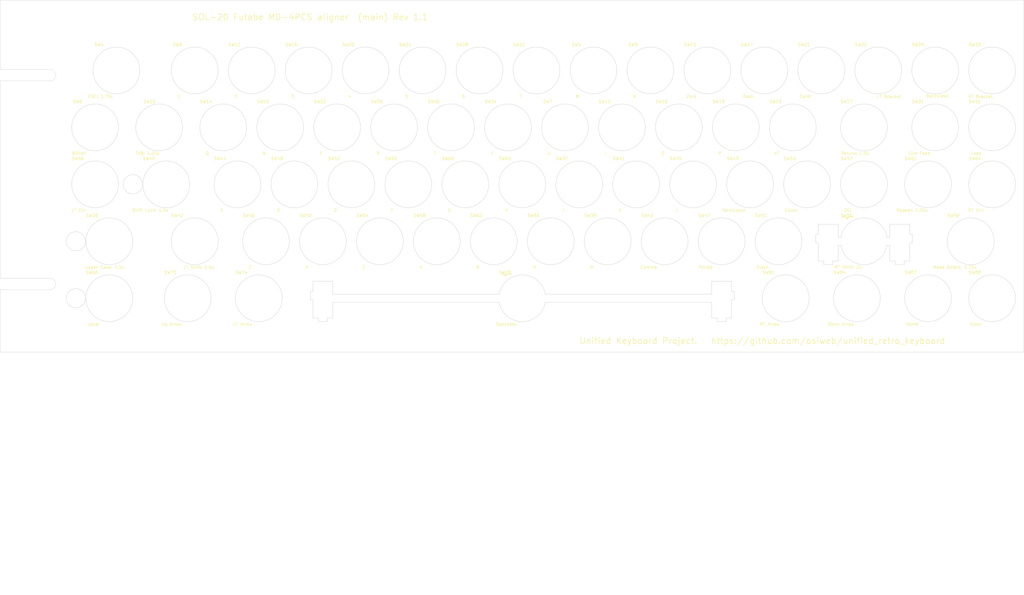
<source format=kicad_pcb>
(kicad_pcb (version 20171130) (host pcbnew "(5.1.5-0-10_14)")

  (general
    (thickness 1.6)
    (drawings 18)
    (tracks 0)
    (zones 0)
    (modules 75)
    (nets 1)
  )

  (page C)
  (title_block
    (title "Unified Retro Keyboard")
    (date 2019-08-25)
    (rev 1.1)
    (company OSIWeb.org)
    (comment 1 "Key aligner - Futaba (main)")
  )

  (layers
    (0 F.Cu signal)
    (31 B.Cu signal)
    (32 B.Adhes user)
    (33 F.Adhes user)
    (34 B.Paste user)
    (35 F.Paste user)
    (36 B.SilkS user)
    (37 F.SilkS user)
    (38 B.Mask user)
    (39 F.Mask user)
    (40 Dwgs.User user)
    (41 Cmts.User user)
    (42 Eco1.User user)
    (43 Eco2.User user)
    (44 Edge.Cuts user)
    (45 Margin user)
    (46 B.CrtYd user)
    (47 F.CrtYd user)
    (48 B.Fab user)
    (49 F.Fab user)
  )

  (setup
    (last_trace_width 0.254)
    (user_trace_width 0.254)
    (user_trace_width 0.508)
    (user_trace_width 1.27)
    (trace_clearance 0.2)
    (zone_clearance 0.508)
    (zone_45_only no)
    (trace_min 0.2)
    (via_size 0.8128)
    (via_drill 0.4064)
    (via_min_size 0.4)
    (via_min_drill 0.3)
    (user_via 1.27 0.7112)
    (uvia_size 0.3048)
    (uvia_drill 0.1016)
    (uvias_allowed no)
    (uvia_min_size 0.2)
    (uvia_min_drill 0.1)
    (edge_width 0.05)
    (segment_width 0.2)
    (pcb_text_width 0.3)
    (pcb_text_size 1.5 1.5)
    (mod_edge_width 0.12)
    (mod_text_size 1 1)
    (mod_text_width 0.15)
    (pad_size 3.81 3.81)
    (pad_drill 3.81)
    (pad_to_mask_clearance 0)
    (aux_axis_origin 61.4172 179.1081)
    (grid_origin 76.835 223.393)
    (visible_elements 7FFFEFFF)
    (pcbplotparams
      (layerselection 0x010fc_ffffffff)
      (usegerberextensions false)
      (usegerberattributes false)
      (usegerberadvancedattributes false)
      (creategerberjobfile false)
      (excludeedgelayer true)
      (linewidth 0.100000)
      (plotframeref false)
      (viasonmask false)
      (mode 1)
      (useauxorigin false)
      (hpglpennumber 1)
      (hpglpenspeed 20)
      (hpglpendiameter 15.000000)
      (psnegative false)
      (psa4output false)
      (plotreference true)
      (plotvalue true)
      (plotinvisibletext false)
      (padsonsilk false)
      (subtractmaskfromsilk false)
      (outputformat 1)
      (mirror false)
      (drillshape 0)
      (scaleselection 1)
      (outputdirectory "outputs"))
  )

  (net 0 "")

  (net_class Default "This is the default net class."
    (clearance 0.2)
    (trace_width 0.254)
    (via_dia 0.8128)
    (via_drill 0.4064)
    (uvia_dia 0.3048)
    (uvia_drill 0.1016)
    (diff_pair_width 0.2032)
    (diff_pair_gap 0.254)
  )

  (net_class power1 ""
    (clearance 0.254)
    (trace_width 1.27)
    (via_dia 1.27)
    (via_drill 0.7112)
    (uvia_dia 0.3048)
    (uvia_drill 0.1016)
    (diff_pair_width 0.2032)
    (diff_pair_gap 0.254)
  )

  (net_class signal ""
    (clearance 0.2032)
    (trace_width 0.254)
    (via_dia 0.8128)
    (via_drill 0.4064)
    (uvia_dia 0.3048)
    (uvia_drill 0.1016)
    (diff_pair_width 0.2032)
    (diff_pair_gap 0.254)
  )

  (module unikbd:Futaba-MD-4PCS-aligner locked (layer F.Cu) (tedit 5DA63068) (tstamp 5E12D408)
    (at 401.47113 187.74156)
    (path /5BC3E99D/5BC6D0C9)
    (fp_text reference SW59 (at -5.7912 -8.6106) (layer F.SilkS)
      (effects (font (size 1 1) (thickness 0.15)))
    )
    (fp_text value "Mode Select: 1.75x" (at -5.334 8.6614) (layer F.SilkS)
      (effects (font (size 1 1) (thickness 0.15)))
    )
    (fp_circle (center 0 0) (end 7.8232 0) (layer Edge.Cuts) (width 0.12))
    (pad "" np_thru_hole circle (at -6.985 -6.985) (size 1.6256 1.6256) (drill 1.6256) (layers *.Cu *.Mask))
    (pad "" np_thru_hole circle (at -6.985 6.985) (size 1.6256 1.6256) (drill 1.6256) (layers *.Cu *.Mask))
    (pad "" np_thru_hole circle (at 6.985 6.985) (size 1.6256 1.6256) (drill 1.6256) (layers *.Cu *.Mask))
    (pad "" np_thru_hole circle (at 6.985 -6.985) (size 1.6256 1.6256) (drill 1.6256) (layers *.Cu *.Mask))
  )

  (module unikbd:Futaba-MD-4PCS-aligner locked (layer F.Cu) (tedit 5DA63068) (tstamp 5E12D458)
    (at 251.45238 168.69156)
    (path /5BC3E99D/5BC3FF70)
    (fp_text reference SW63 (at -5.7912 -8.6106) (layer F.SilkS)
      (effects (font (size 1 1) (thickness 0.15)))
    )
    (fp_text value H (at -5.334 8.6614) (layer F.SilkS)
      (effects (font (size 1 1) (thickness 0.15)))
    )
    (fp_circle (center 0 0) (end 7.8232 0) (layer Edge.Cuts) (width 0.12))
    (pad "" np_thru_hole circle (at -6.985 -6.985) (size 1.6256 1.6256) (drill 1.6256) (layers *.Cu *.Mask))
    (pad "" np_thru_hole circle (at -6.985 6.985) (size 1.6256 1.6256) (drill 1.6256) (layers *.Cu *.Mask))
    (pad "" np_thru_hole circle (at 6.985 6.985) (size 1.6256 1.6256) (drill 1.6256) (layers *.Cu *.Mask))
    (pad "" np_thru_hole circle (at 6.985 -6.985) (size 1.6256 1.6256) (drill 1.6256) (layers *.Cu *.Mask))
  )

  (module unikbd:Futaba-MD-4PCS-aligner locked (layer F.Cu) (tedit 5DA63068) (tstamp 5E12D41C)
    (at 232.40238 168.69156)
    (path /5BC3E99D/5BC3FF77)
    (fp_text reference SW60 (at -5.7912 -8.6106) (layer F.SilkS)
      (effects (font (size 1 1) (thickness 0.15)))
    )
    (fp_text value G (at -5.334 8.6614) (layer F.SilkS)
      (effects (font (size 1 1) (thickness 0.15)))
    )
    (fp_circle (center 0 0) (end 7.8232 0) (layer Edge.Cuts) (width 0.12))
    (pad "" np_thru_hole circle (at -6.985 -6.985) (size 1.6256 1.6256) (drill 1.6256) (layers *.Cu *.Mask))
    (pad "" np_thru_hole circle (at -6.985 6.985) (size 1.6256 1.6256) (drill 1.6256) (layers *.Cu *.Mask))
    (pad "" np_thru_hole circle (at 6.985 6.985) (size 1.6256 1.6256) (drill 1.6256) (layers *.Cu *.Mask))
    (pad "" np_thru_hole circle (at 6.985 -6.985) (size 1.6256 1.6256) (drill 1.6256) (layers *.Cu *.Mask))
  )

  (module unikbd:Futaba-MD-4PCS-aligner locked (layer F.Cu) (tedit 5DA63068) (tstamp 5E12D430)
    (at 387.18363 168.69156)
    (path /5BC3E99D/5BC6CD87)
    (fp_text reference SW61 (at -5.7912 -8.6106) (layer F.SilkS)
      (effects (font (size 1 1) (thickness 0.15)))
    )
    (fp_text value "Repeat: 1.25x" (at -5.334 8.6614) (layer F.SilkS)
      (effects (font (size 1 1) (thickness 0.15)))
    )
    (fp_circle (center 0 0) (end 7.8232 0) (layer Edge.Cuts) (width 0.12))
    (pad "" np_thru_hole circle (at -6.985 -6.985) (size 1.6256 1.6256) (drill 1.6256) (layers *.Cu *.Mask))
    (pad "" np_thru_hole circle (at -6.985 6.985) (size 1.6256 1.6256) (drill 1.6256) (layers *.Cu *.Mask))
    (pad "" np_thru_hole circle (at 6.985 6.985) (size 1.6256 1.6256) (drill 1.6256) (layers *.Cu *.Mask))
    (pad "" np_thru_hole circle (at 6.985 -6.985) (size 1.6256 1.6256) (drill 1.6256) (layers *.Cu *.Mask))
  )

  (module unikbd:Futaba-MD-4PCS-aligner locked (layer F.Cu) (tedit 5DA63068) (tstamp 5E12D3CC)
    (at 213.35238 168.69156)
    (path /5BC3E99D/5BC3FF69)
    (fp_text reference SW56 (at -5.7912 -8.6106) (layer F.SilkS)
      (effects (font (size 1 1) (thickness 0.15)))
    )
    (fp_text value F (at -5.334 8.6614) (layer F.SilkS)
      (effects (font (size 1 1) (thickness 0.15)))
    )
    (fp_circle (center 0 0) (end 7.8232 0) (layer Edge.Cuts) (width 0.12))
    (pad "" np_thru_hole circle (at -6.985 -6.985) (size 1.6256 1.6256) (drill 1.6256) (layers *.Cu *.Mask))
    (pad "" np_thru_hole circle (at -6.985 6.985) (size 1.6256 1.6256) (drill 1.6256) (layers *.Cu *.Mask))
    (pad "" np_thru_hole circle (at 6.985 6.985) (size 1.6256 1.6256) (drill 1.6256) (layers *.Cu *.Mask))
    (pad "" np_thru_hole circle (at 6.985 -6.985) (size 1.6256 1.6256) (drill 1.6256) (layers *.Cu *.Mask))
  )

  (module unikbd:Futaba-MD-4PCS-aligner locked (layer F.Cu) (tedit 5DA63068) (tstamp 5E12D46C)
    (at 408.61488 168.69156)
    (path /5BC3E99D/5BC6CD80)
    (fp_text reference SW64 (at -5.7912 -8.6106) (layer F.SilkS)
      (effects (font (size 1 1) (thickness 0.15)))
    )
    (fp_text value "RT Ctrl" (at -5.334 8.6614) (layer F.SilkS)
      (effects (font (size 1 1) (thickness 0.15)))
    )
    (fp_circle (center 0 0) (end 7.8232 0) (layer Edge.Cuts) (width 0.12))
    (pad "" np_thru_hole circle (at -6.985 -6.985) (size 1.6256 1.6256) (drill 1.6256) (layers *.Cu *.Mask))
    (pad "" np_thru_hole circle (at -6.985 6.985) (size 1.6256 1.6256) (drill 1.6256) (layers *.Cu *.Mask))
    (pad "" np_thru_hole circle (at 6.985 6.985) (size 1.6256 1.6256) (drill 1.6256) (layers *.Cu *.Mask))
    (pad "" np_thru_hole circle (at 6.985 -6.985) (size 1.6256 1.6256) (drill 1.6256) (layers *.Cu *.Mask))
  )

  (module unikbd:Futaba-MD-4PCS-aligner locked (layer F.Cu) (tedit 5DA63068) (tstamp 5E12D250)
    (at 270.50238 168.69156)
    (path /5BC3E99D/5E1BE11F)
    (fp_text reference SW37 (at -5.7912 -8.6106) (layer F.SilkS)
      (effects (font (size 1 1) (thickness 0.15)))
    )
    (fp_text value J (at -5.334 8.6614) (layer F.SilkS)
      (effects (font (size 1 1) (thickness 0.15)))
    )
    (fp_circle (center 0 0) (end 7.8232 0) (layer Edge.Cuts) (width 0.12))
    (pad "" np_thru_hole circle (at -6.985 -6.985) (size 1.6256 1.6256) (drill 1.6256) (layers *.Cu *.Mask))
    (pad "" np_thru_hole circle (at -6.985 6.985) (size 1.6256 1.6256) (drill 1.6256) (layers *.Cu *.Mask))
    (pad "" np_thru_hole circle (at 6.985 6.985) (size 1.6256 1.6256) (drill 1.6256) (layers *.Cu *.Mask))
    (pad "" np_thru_hole circle (at 6.985 -6.985) (size 1.6256 1.6256) (drill 1.6256) (layers *.Cu *.Mask))
  )

  (module unikbd:Futaba-MD-4PCS-aligner locked (layer F.Cu) (tedit 5DA63068) (tstamp 5E12D28C)
    (at 132.38988 168.69156)
    (path /5BC3E99D/5BC3FD26)
    (fp_text reference SW40 (at -5.7912 -8.6106) (layer F.SilkS)
      (effects (font (size 1 1) (thickness 0.15)))
    )
    (fp_text value "Shift Lock: 1.5x" (at -5.334 8.6614) (layer F.SilkS)
      (effects (font (size 1 1) (thickness 0.15)))
    )
    (fp_circle (center 0 0) (end 7.8232 0) (layer Edge.Cuts) (width 0.12))
    (pad "" np_thru_hole circle (at -6.985 -6.985) (size 1.6256 1.6256) (drill 1.6256) (layers *.Cu *.Mask))
    (pad "" np_thru_hole circle (at -6.985 6.985) (size 1.6256 1.6256) (drill 1.6256) (layers *.Cu *.Mask))
    (pad "" np_thru_hole circle (at 6.985 6.985) (size 1.6256 1.6256) (drill 1.6256) (layers *.Cu *.Mask))
    (pad "" np_thru_hole circle (at 6.985 -6.985) (size 1.6256 1.6256) (drill 1.6256) (layers *.Cu *.Mask))
  )

  (module unikbd:Futaba-MD-4PCS-aligner locked (layer F.Cu) (tedit 5DA63068) (tstamp 5E12D2A0)
    (at 289.55238 168.69156)
    (path /5BC3E99D/5BC6CD5D)
    (fp_text reference SW41 (at -5.7912 -8.6106) (layer F.SilkS)
      (effects (font (size 1 1) (thickness 0.15)))
    )
    (fp_text value K (at -5.334 8.6614) (layer F.SilkS)
      (effects (font (size 1 1) (thickness 0.15)))
    )
    (fp_circle (center 0 0) (end 7.8232 0) (layer Edge.Cuts) (width 0.12))
    (pad "" np_thru_hole circle (at -6.985 -6.985) (size 1.6256 1.6256) (drill 1.6256) (layers *.Cu *.Mask))
    (pad "" np_thru_hole circle (at -6.985 6.985) (size 1.6256 1.6256) (drill 1.6256) (layers *.Cu *.Mask))
    (pad "" np_thru_hole circle (at 6.985 6.985) (size 1.6256 1.6256) (drill 1.6256) (layers *.Cu *.Mask))
    (pad "" np_thru_hole circle (at 6.985 -6.985) (size 1.6256 1.6256) (drill 1.6256) (layers *.Cu *.Mask))
  )

  (module unikbd:Futaba-MD-4PCS-aligner locked (layer F.Cu) (tedit 5DA63068) (tstamp 5E12D2DC)
    (at 156.20238 168.69156)
    (path /5BC3E99D/5BC3FE57)
    (fp_text reference SW44 (at -5.7912 -8.6106) (layer F.SilkS)
      (effects (font (size 1 1) (thickness 0.15)))
    )
    (fp_text value A (at -5.334 8.6614) (layer F.SilkS)
      (effects (font (size 1 1) (thickness 0.15)))
    )
    (fp_circle (center 0 0) (end 7.8232 0) (layer Edge.Cuts) (width 0.12))
    (pad "" np_thru_hole circle (at -6.985 -6.985) (size 1.6256 1.6256) (drill 1.6256) (layers *.Cu *.Mask))
    (pad "" np_thru_hole circle (at -6.985 6.985) (size 1.6256 1.6256) (drill 1.6256) (layers *.Cu *.Mask))
    (pad "" np_thru_hole circle (at 6.985 6.985) (size 1.6256 1.6256) (drill 1.6256) (layers *.Cu *.Mask))
    (pad "" np_thru_hole circle (at 6.985 -6.985) (size 1.6256 1.6256) (drill 1.6256) (layers *.Cu *.Mask))
  )

  (module unikbd:Futaba-MD-4PCS-aligner locked (layer F.Cu) (tedit 5DA63068) (tstamp 5E12D2F0)
    (at 308.60238 168.69156)
    (path /5BC3E99D/5BC6CD6B)
    (fp_text reference SW45 (at -5.7912 -8.6106) (layer F.SilkS)
      (effects (font (size 1 1) (thickness 0.15)))
    )
    (fp_text value L (at -5.334 8.6614) (layer F.SilkS)
      (effects (font (size 1 1) (thickness 0.15)))
    )
    (fp_circle (center 0 0) (end 7.8232 0) (layer Edge.Cuts) (width 0.12))
    (pad "" np_thru_hole circle (at -6.985 -6.985) (size 1.6256 1.6256) (drill 1.6256) (layers *.Cu *.Mask))
    (pad "" np_thru_hole circle (at -6.985 6.985) (size 1.6256 1.6256) (drill 1.6256) (layers *.Cu *.Mask))
    (pad "" np_thru_hole circle (at 6.985 6.985) (size 1.6256 1.6256) (drill 1.6256) (layers *.Cu *.Mask))
    (pad "" np_thru_hole circle (at 6.985 -6.985) (size 1.6256 1.6256) (drill 1.6256) (layers *.Cu *.Mask))
  )

  (module unikbd:Futaba-MD-4PCS-aligner locked (layer F.Cu) (tedit 5DA63068) (tstamp 5E12D32C)
    (at 175.25238 168.69156)
    (path /5BC3E99D/5E1BE11D)
    (fp_text reference SW48 (at -5.7912 -8.6106) (layer F.SilkS)
      (effects (font (size 1 1) (thickness 0.15)))
    )
    (fp_text value S (at -5.334 8.6614) (layer F.SilkS)
      (effects (font (size 1 1) (thickness 0.15)))
    )
    (fp_circle (center 0 0) (end 7.8232 0) (layer Edge.Cuts) (width 0.12))
    (pad "" np_thru_hole circle (at -6.985 -6.985) (size 1.6256 1.6256) (drill 1.6256) (layers *.Cu *.Mask))
    (pad "" np_thru_hole circle (at -6.985 6.985) (size 1.6256 1.6256) (drill 1.6256) (layers *.Cu *.Mask))
    (pad "" np_thru_hole circle (at 6.985 6.985) (size 1.6256 1.6256) (drill 1.6256) (layers *.Cu *.Mask))
    (pad "" np_thru_hole circle (at 6.985 -6.985) (size 1.6256 1.6256) (drill 1.6256) (layers *.Cu *.Mask))
  )

  (module unikbd:Futaba-MD-4PCS-aligner locked (layer F.Cu) (tedit 5DA63068) (tstamp 5E12D340)
    (at 327.65238 168.69156)
    (path /5BC3E99D/5BC6CD64)
    (fp_text reference SW49 (at -5.7912 -8.6106) (layer F.SilkS)
      (effects (font (size 1 1) (thickness 0.15)))
    )
    (fp_text value Semicolon (at -5.334 8.6614) (layer F.SilkS)
      (effects (font (size 1 1) (thickness 0.15)))
    )
    (fp_circle (center 0 0) (end 7.8232 0) (layer Edge.Cuts) (width 0.12))
    (pad "" np_thru_hole circle (at -6.985 -6.985) (size 1.6256 1.6256) (drill 1.6256) (layers *.Cu *.Mask))
    (pad "" np_thru_hole circle (at -6.985 6.985) (size 1.6256 1.6256) (drill 1.6256) (layers *.Cu *.Mask))
    (pad "" np_thru_hole circle (at 6.985 6.985) (size 1.6256 1.6256) (drill 1.6256) (layers *.Cu *.Mask))
    (pad "" np_thru_hole circle (at 6.985 -6.985) (size 1.6256 1.6256) (drill 1.6256) (layers *.Cu *.Mask))
  )

  (module unikbd:Futaba-MD-4PCS-aligner locked (layer F.Cu) (tedit 5DA63068) (tstamp 5E12D37C)
    (at 194.30238 168.69156)
    (path /5BC3E99D/5E0AC938)
    (fp_text reference SW52 (at -5.7912 -8.6106) (layer F.SilkS)
      (effects (font (size 1 1) (thickness 0.15)))
    )
    (fp_text value D (at -5.334 8.6614) (layer F.SilkS)
      (effects (font (size 1 1) (thickness 0.15)))
    )
    (fp_circle (center 0 0) (end 7.8232 0) (layer Edge.Cuts) (width 0.12))
    (pad "" np_thru_hole circle (at -6.985 -6.985) (size 1.6256 1.6256) (drill 1.6256) (layers *.Cu *.Mask))
    (pad "" np_thru_hole circle (at -6.985 6.985) (size 1.6256 1.6256) (drill 1.6256) (layers *.Cu *.Mask))
    (pad "" np_thru_hole circle (at 6.985 6.985) (size 1.6256 1.6256) (drill 1.6256) (layers *.Cu *.Mask))
    (pad "" np_thru_hole circle (at 6.985 -6.985) (size 1.6256 1.6256) (drill 1.6256) (layers *.Cu *.Mask))
  )

  (module unikbd:Futaba-MD-4PCS-aligner locked (layer F.Cu) (tedit 5DA63068) (tstamp 5E12D390)
    (at 346.70238 168.69156)
    (path /5BC3E99D/5BC6CD72)
    (fp_text reference SW53 (at -5.7912 -8.6106) (layer F.SilkS)
      (effects (font (size 1 1) (thickness 0.15)))
    )
    (fp_text value Colon (at -5.334 8.6614) (layer F.SilkS)
      (effects (font (size 1 1) (thickness 0.15)))
    )
    (fp_circle (center 0 0) (end 7.8232 0) (layer Edge.Cuts) (width 0.12))
    (pad "" np_thru_hole circle (at -6.985 -6.985) (size 1.6256 1.6256) (drill 1.6256) (layers *.Cu *.Mask))
    (pad "" np_thru_hole circle (at -6.985 6.985) (size 1.6256 1.6256) (drill 1.6256) (layers *.Cu *.Mask))
    (pad "" np_thru_hole circle (at 6.985 6.985) (size 1.6256 1.6256) (drill 1.6256) (layers *.Cu *.Mask))
    (pad "" np_thru_hole circle (at 6.985 -6.985) (size 1.6256 1.6256) (drill 1.6256) (layers *.Cu *.Mask))
  )

  (module unikbd:Futaba-MD-4PCS-aligner locked (layer F.Cu) (tedit 5DA63068) (tstamp 5E12D3E0)
    (at 365.75238 168.69156)
    (path /5BC3E99D/5BC6CD79)
    (fp_text reference SW57 (at -5.7912 -8.6106) (layer F.SilkS)
      (effects (font (size 1 1) (thickness 0.15)))
    )
    (fp_text value DEL (at -5.334 8.6614) (layer F.SilkS)
      (effects (font (size 1 1) (thickness 0.15)))
    )
    (fp_circle (center 0 0) (end 7.8232 0) (layer Edge.Cuts) (width 0.12))
    (pad "" np_thru_hole circle (at -6.985 -6.985) (size 1.6256 1.6256) (drill 1.6256) (layers *.Cu *.Mask))
    (pad "" np_thru_hole circle (at -6.985 6.985) (size 1.6256 1.6256) (drill 1.6256) (layers *.Cu *.Mask))
    (pad "" np_thru_hole circle (at 6.985 6.985) (size 1.6256 1.6256) (drill 1.6256) (layers *.Cu *.Mask))
    (pad "" np_thru_hole circle (at 6.985 -6.985) (size 1.6256 1.6256) (drill 1.6256) (layers *.Cu *.Mask))
  )

  (module unikbd:Futaba-MD-4PCS-aligner locked (layer F.Cu) (tedit 5DA63068) (tstamp 5E12D3A4)
    (at 203.82738 187.74156)
    (path /5BC3E99D/5BC6CEF2)
    (fp_text reference SW54 (at -5.7912 -8.6106) (layer F.SilkS)
      (effects (font (size 1 1) (thickness 0.15)))
    )
    (fp_text value C (at -5.334 8.6614) (layer F.SilkS)
      (effects (font (size 1 1) (thickness 0.15)))
    )
    (fp_circle (center 0 0) (end 7.8232 0) (layer Edge.Cuts) (width 0.12))
    (pad "" np_thru_hole circle (at -6.985 -6.985) (size 1.6256 1.6256) (drill 1.6256) (layers *.Cu *.Mask))
    (pad "" np_thru_hole circle (at -6.985 6.985) (size 1.6256 1.6256) (drill 1.6256) (layers *.Cu *.Mask))
    (pad "" np_thru_hole circle (at 6.985 6.985) (size 1.6256 1.6256) (drill 1.6256) (layers *.Cu *.Mask))
    (pad "" np_thru_hole circle (at 6.985 -6.985) (size 1.6256 1.6256) (drill 1.6256) (layers *.Cu *.Mask))
  )

  (module unikbd:Futaba-MD-4PCS-aligner locked (layer F.Cu) (tedit 5DA63068) (tstamp 5E6EC726)
    (at 163.34613 206.79156)
    (path /5E16AC8E/5E1BE0F6)
    (fp_text reference SW74 (at -5.7912 -8.6106) (layer F.SilkS)
      (effects (font (size 1 1) (thickness 0.15)))
    )
    (fp_text value "LT Arrow" (at -5.334 8.6614) (layer F.SilkS)
      (effects (font (size 1 1) (thickness 0.15)))
    )
    (fp_circle (center 0 0) (end 7.8232 0) (layer Edge.Cuts) (width 0.12))
    (pad "" np_thru_hole circle (at -6.985 -6.985) (size 1.6256 1.6256) (drill 1.6256) (layers *.Cu *.Mask))
    (pad "" np_thru_hole circle (at -6.985 6.985) (size 1.6256 1.6256) (drill 1.6256) (layers *.Cu *.Mask))
    (pad "" np_thru_hole circle (at 6.985 6.985) (size 1.6256 1.6256) (drill 1.6256) (layers *.Cu *.Mask))
    (pad "" np_thru_hole circle (at 6.985 -6.985) (size 1.6256 1.6256) (drill 1.6256) (layers *.Cu *.Mask))
  )

  (module unikbd:Futaba-MD-4PCS-aligner locked (layer F.Cu) (tedit 5DA63068) (tstamp 5E12D1C4)
    (at 227.63988 149.64156)
    (path /5BC3EA0A/5BCAF420)
    (fp_text reference SW30 (at -5.7912 -8.6106) (layer F.SilkS)
      (effects (font (size 1 1) (thickness 0.15)))
    )
    (fp_text value T (at -5.334 8.6614) (layer F.SilkS)
      (effects (font (size 1 1) (thickness 0.15)))
    )
    (fp_circle (center 0 0) (end 7.8232 0) (layer Edge.Cuts) (width 0.12))
    (pad "" np_thru_hole circle (at -6.985 -6.985) (size 1.6256 1.6256) (drill 1.6256) (layers *.Cu *.Mask))
    (pad "" np_thru_hole circle (at -6.985 6.985) (size 1.6256 1.6256) (drill 1.6256) (layers *.Cu *.Mask))
    (pad "" np_thru_hole circle (at 6.985 6.985) (size 1.6256 1.6256) (drill 1.6256) (layers *.Cu *.Mask))
    (pad "" np_thru_hole circle (at 6.985 -6.985) (size 1.6256 1.6256) (drill 1.6256) (layers *.Cu *.Mask))
  )

  (module unikbd:Futaba-MD-4PCS-aligner locked (layer F.Cu) (tedit 5DA63068) (tstamp 5E12D64C)
    (at 408.61488 206.79156)
    (path /5E16AC8E/5E1BE0F8)
    (fp_text reference SW88 (at -5.7912 -8.6106) (layer F.SilkS)
      (effects (font (size 1 1) (thickness 0.15)))
    )
    (fp_text value Clear (at -5.334 8.6614) (layer F.SilkS)
      (effects (font (size 1 1) (thickness 0.15)))
    )
    (fp_circle (center 0 0) (end 7.8232 0) (layer Edge.Cuts) (width 0.12))
    (pad "" np_thru_hole circle (at -6.985 -6.985) (size 1.6256 1.6256) (drill 1.6256) (layers *.Cu *.Mask))
    (pad "" np_thru_hole circle (at -6.985 6.985) (size 1.6256 1.6256) (drill 1.6256) (layers *.Cu *.Mask))
    (pad "" np_thru_hole circle (at 6.985 6.985) (size 1.6256 1.6256) (drill 1.6256) (layers *.Cu *.Mask))
    (pad "" np_thru_hole circle (at 6.985 -6.985) (size 1.6256 1.6256) (drill 1.6256) (layers *.Cu *.Mask))
  )

  (module unikbd:Futaba-MD-4PCS-aligner locked (layer F.Cu) (tedit 5DA63068) (tstamp 5E12D638)
    (at 387.18363 206.79156)
    (path /5E16AC8E/5E1BE0F9)
    (fp_text reference SW87 (at -5.7912 -8.6106) (layer F.SilkS)
      (effects (font (size 1 1) (thickness 0.15)))
    )
    (fp_text value Home (at -5.334 8.6614) (layer F.SilkS)
      (effects (font (size 1 1) (thickness 0.15)))
    )
    (fp_circle (center 0 0) (end 7.8232 0) (layer Edge.Cuts) (width 0.12))
    (pad "" np_thru_hole circle (at -6.985 -6.985) (size 1.6256 1.6256) (drill 1.6256) (layers *.Cu *.Mask))
    (pad "" np_thru_hole circle (at -6.985 6.985) (size 1.6256 1.6256) (drill 1.6256) (layers *.Cu *.Mask))
    (pad "" np_thru_hole circle (at 6.985 6.985) (size 1.6256 1.6256) (drill 1.6256) (layers *.Cu *.Mask))
    (pad "" np_thru_hole circle (at 6.985 -6.985) (size 1.6256 1.6256) (drill 1.6256) (layers *.Cu *.Mask))
  )

  (module unikbd:Futaba-MD-4PCS-aligner locked (layer F.Cu) (tedit 5DA63068) (tstamp 5E12D5FC)
    (at 363.37113 206.79156)
    (path /5E16AC8E/5E1BE0F7)
    (fp_text reference SW84 (at -5.7912 -8.6106) (layer F.SilkS)
      (effects (font (size 1 1) (thickness 0.15)))
    )
    (fp_text value "Down Arrow" (at -5.334 8.6614) (layer F.SilkS)
      (effects (font (size 1 1) (thickness 0.15)))
    )
    (fp_circle (center 0 0) (end 7.8232 0) (layer Edge.Cuts) (width 0.12))
    (pad "" np_thru_hole circle (at -6.985 -6.985) (size 1.6256 1.6256) (drill 1.6256) (layers *.Cu *.Mask))
    (pad "" np_thru_hole circle (at -6.985 6.985) (size 1.6256 1.6256) (drill 1.6256) (layers *.Cu *.Mask))
    (pad "" np_thru_hole circle (at 6.985 6.985) (size 1.6256 1.6256) (drill 1.6256) (layers *.Cu *.Mask))
    (pad "" np_thru_hole circle (at 6.985 -6.985) (size 1.6256 1.6256) (drill 1.6256) (layers *.Cu *.Mask))
  )

  (module unikbd:Futaba-MD-4PCS-aligner locked (layer F.Cu) (tedit 5DA63068) (tstamp 5E10B4C4)
    (at 339.55863 206.79156)
    (path /5E16AC8E/5E1BE119)
    (fp_text reference SW81 (at -5.7912 -8.6106) (layer F.SilkS)
      (effects (font (size 1 1) (thickness 0.15)))
    )
    (fp_text value "RT Arrow" (at -5.334 8.6614) (layer F.SilkS)
      (effects (font (size 1 1) (thickness 0.15)))
    )
    (fp_circle (center 0 0) (end 7.8232 0) (layer Edge.Cuts) (width 0.12))
    (pad "" np_thru_hole circle (at -6.985 -6.985) (size 1.6256 1.6256) (drill 1.6256) (layers *.Cu *.Mask))
    (pad "" np_thru_hole circle (at -6.985 6.985) (size 1.6256 1.6256) (drill 1.6256) (layers *.Cu *.Mask))
    (pad "" np_thru_hole circle (at 6.985 6.985) (size 1.6256 1.6256) (drill 1.6256) (layers *.Cu *.Mask))
    (pad "" np_thru_hole circle (at 6.985 -6.985) (size 1.6256 1.6256) (drill 1.6256) (layers *.Cu *.Mask))
  )

  (module unikbd:Futaba-MD-4PCS-aligner locked (layer F.Cu) (tedit 5DA63068) (tstamp 5E12D4E4)
    (at 139.53363 206.79156)
    (path /5E16AC8E/5E1BE0F5)
    (fp_text reference SW70 (at -5.7912 -8.6106) (layer F.SilkS)
      (effects (font (size 1 1) (thickness 0.15)))
    )
    (fp_text value "Up Arrow" (at -5.334 8.6614) (layer F.SilkS)
      (effects (font (size 1 1) (thickness 0.15)))
    )
    (fp_circle (center 0 0) (end 7.8232 0) (layer Edge.Cuts) (width 0.12))
    (pad "" np_thru_hole circle (at -6.985 -6.985) (size 1.6256 1.6256) (drill 1.6256) (layers *.Cu *.Mask))
    (pad "" np_thru_hole circle (at -6.985 6.985) (size 1.6256 1.6256) (drill 1.6256) (layers *.Cu *.Mask))
    (pad "" np_thru_hole circle (at 6.985 6.985) (size 1.6256 1.6256) (drill 1.6256) (layers *.Cu *.Mask))
    (pad "" np_thru_hole circle (at 6.985 -6.985) (size 1.6256 1.6256) (drill 1.6256) (layers *.Cu *.Mask))
  )

  (module unikbd:Futaba-MD-4PCS-aligner locked (layer F.Cu) (tedit 5DA63068) (tstamp 5E12D494)
    (at 113.33988 206.79156)
    (path /5E16AC8E/5E12EFC1)
    (fp_text reference SW66 (at -5.7912 -8.6106) (layer F.SilkS)
      (effects (font (size 1 1) (thickness 0.15)))
    )
    (fp_text value Local (at -5.334 8.6614) (layer F.SilkS)
      (effects (font (size 1 1) (thickness 0.15)))
    )
    (fp_circle (center 0 0) (end 7.8232 0) (layer Edge.Cuts) (width 0.12))
    (pad "" np_thru_hole circle (at -6.985 -6.985) (size 1.6256 1.6256) (drill 1.6256) (layers *.Cu *.Mask))
    (pad "" np_thru_hole circle (at -6.985 6.985) (size 1.6256 1.6256) (drill 1.6256) (layers *.Cu *.Mask))
    (pad "" np_thru_hole circle (at 6.985 6.985) (size 1.6256 1.6256) (drill 1.6256) (layers *.Cu *.Mask))
    (pad "" np_thru_hole circle (at 6.985 -6.985) (size 1.6256 1.6256) (drill 1.6256) (layers *.Cu *.Mask))
  )

  (module unikbd:Futaba-MD-4PCS-aligner locked (layer F.Cu) (tedit 5DA63068) (tstamp 5E12D480)
    (at 260.97738 187.74156)
    (path /5BC3E99D/5BC6CF00)
    (fp_text reference SW65 (at -5.7912 -8.6106) (layer F.SilkS)
      (effects (font (size 1 1) (thickness 0.15)))
    )
    (fp_text value N (at -5.334 8.6614) (layer F.SilkS)
      (effects (font (size 1 1) (thickness 0.15)))
    )
    (fp_circle (center 0 0) (end 7.8232 0) (layer Edge.Cuts) (width 0.12))
    (pad "" np_thru_hole circle (at -6.985 -6.985) (size 1.6256 1.6256) (drill 1.6256) (layers *.Cu *.Mask))
    (pad "" np_thru_hole circle (at -6.985 6.985) (size 1.6256 1.6256) (drill 1.6256) (layers *.Cu *.Mask))
    (pad "" np_thru_hole circle (at 6.985 6.985) (size 1.6256 1.6256) (drill 1.6256) (layers *.Cu *.Mask))
    (pad "" np_thru_hole circle (at 6.985 -6.985) (size 1.6256 1.6256) (drill 1.6256) (layers *.Cu *.Mask))
  )

  (module unikbd:Futaba-MD-4PCS-aligner locked (layer F.Cu) (tedit 5DA63068) (tstamp 5E12D444)
    (at 241.92738 187.74156)
    (path /5BC3E99D/5BC6CF07)
    (fp_text reference SW62 (at -5.7912 -8.6106) (layer F.SilkS)
      (effects (font (size 1 1) (thickness 0.15)))
    )
    (fp_text value B (at -5.334 8.6614) (layer F.SilkS)
      (effects (font (size 1 1) (thickness 0.15)))
    )
    (fp_circle (center 0 0) (end 7.8232 0) (layer Edge.Cuts) (width 0.12))
    (pad "" np_thru_hole circle (at -6.985 -6.985) (size 1.6256 1.6256) (drill 1.6256) (layers *.Cu *.Mask))
    (pad "" np_thru_hole circle (at -6.985 6.985) (size 1.6256 1.6256) (drill 1.6256) (layers *.Cu *.Mask))
    (pad "" np_thru_hole circle (at 6.985 6.985) (size 1.6256 1.6256) (drill 1.6256) (layers *.Cu *.Mask))
    (pad "" np_thru_hole circle (at 6.985 -6.985) (size 1.6256 1.6256) (drill 1.6256) (layers *.Cu *.Mask))
  )

  (module unikbd:Futaba-MD-4PCS-aligner locked (layer F.Cu) (tedit 5DA63068) (tstamp 5E12D3F4)
    (at 222.87738 187.74156)
    (path /5BC3E99D/5BC6CEF9)
    (fp_text reference SW58 (at -5.7912 -8.6106) (layer F.SilkS)
      (effects (font (size 1 1) (thickness 0.15)))
    )
    (fp_text value V (at -5.334 8.6614) (layer F.SilkS)
      (effects (font (size 1 1) (thickness 0.15)))
    )
    (fp_circle (center 0 0) (end 7.8232 0) (layer Edge.Cuts) (width 0.12))
    (pad "" np_thru_hole circle (at -6.985 -6.985) (size 1.6256 1.6256) (drill 1.6256) (layers *.Cu *.Mask))
    (pad "" np_thru_hole circle (at -6.985 6.985) (size 1.6256 1.6256) (drill 1.6256) (layers *.Cu *.Mask))
    (pad "" np_thru_hole circle (at 6.985 6.985) (size 1.6256 1.6256) (drill 1.6256) (layers *.Cu *.Mask))
    (pad "" np_thru_hole circle (at 6.985 -6.985) (size 1.6256 1.6256) (drill 1.6256) (layers *.Cu *.Mask))
  )

  (module unikbd:Futaba-MD-4PCS-aligner locked (layer F.Cu) (tedit 5DA63068) (tstamp 5E12D368)
    (at 337.17738 187.74156)
    (path /5BC3E99D/5BC6D0B4)
    (fp_text reference SW51 (at -5.7912 -8.6106) (layer F.SilkS)
      (effects (font (size 1 1) (thickness 0.15)))
    )
    (fp_text value Slash (at -5.334 8.6614) (layer F.SilkS)
      (effects (font (size 1 1) (thickness 0.15)))
    )
    (fp_circle (center 0 0) (end 7.8232 0) (layer Edge.Cuts) (width 0.12))
    (pad "" np_thru_hole circle (at -6.985 -6.985) (size 1.6256 1.6256) (drill 1.6256) (layers *.Cu *.Mask))
    (pad "" np_thru_hole circle (at -6.985 6.985) (size 1.6256 1.6256) (drill 1.6256) (layers *.Cu *.Mask))
    (pad "" np_thru_hole circle (at 6.985 6.985) (size 1.6256 1.6256) (drill 1.6256) (layers *.Cu *.Mask))
    (pad "" np_thru_hole circle (at 6.985 -6.985) (size 1.6256 1.6256) (drill 1.6256) (layers *.Cu *.Mask))
  )

  (module unikbd:Futaba-MD-4PCS-aligner locked (layer F.Cu) (tedit 5DA63068) (tstamp 5E12D354)
    (at 184.77738 187.74156)
    (path /5BC3E99D/5BC6CEE4)
    (fp_text reference SW50 (at -5.7912 -8.6106) (layer F.SilkS)
      (effects (font (size 1 1) (thickness 0.15)))
    )
    (fp_text value X (at -5.334 8.6614) (layer F.SilkS)
      (effects (font (size 1 1) (thickness 0.15)))
    )
    (fp_circle (center 0 0) (end 7.8232 0) (layer Edge.Cuts) (width 0.12))
    (pad "" np_thru_hole circle (at -6.985 -6.985) (size 1.6256 1.6256) (drill 1.6256) (layers *.Cu *.Mask))
    (pad "" np_thru_hole circle (at -6.985 6.985) (size 1.6256 1.6256) (drill 1.6256) (layers *.Cu *.Mask))
    (pad "" np_thru_hole circle (at 6.985 6.985) (size 1.6256 1.6256) (drill 1.6256) (layers *.Cu *.Mask))
    (pad "" np_thru_hole circle (at 6.985 -6.985) (size 1.6256 1.6256) (drill 1.6256) (layers *.Cu *.Mask))
  )

  (module unikbd:Futaba-MD-4PCS-aligner locked (layer F.Cu) (tedit 5DA63068) (tstamp 5E12D318)
    (at 318.12738 187.74156)
    (path /5BC3E99D/5BC6D0BB)
    (fp_text reference SW47 (at -5.7912 -8.6106) (layer F.SilkS)
      (effects (font (size 1 1) (thickness 0.15)))
    )
    (fp_text value Period (at -5.334 8.6614) (layer F.SilkS)
      (effects (font (size 1 1) (thickness 0.15)))
    )
    (fp_circle (center 0 0) (end 7.8232 0) (layer Edge.Cuts) (width 0.12))
    (pad "" np_thru_hole circle (at -6.985 -6.985) (size 1.6256 1.6256) (drill 1.6256) (layers *.Cu *.Mask))
    (pad "" np_thru_hole circle (at -6.985 6.985) (size 1.6256 1.6256) (drill 1.6256) (layers *.Cu *.Mask))
    (pad "" np_thru_hole circle (at 6.985 6.985) (size 1.6256 1.6256) (drill 1.6256) (layers *.Cu *.Mask))
    (pad "" np_thru_hole circle (at 6.985 -6.985) (size 1.6256 1.6256) (drill 1.6256) (layers *.Cu *.Mask))
  )

  (module unikbd:Futaba-MD-4PCS-aligner locked (layer F.Cu) (tedit 5DA63068) (tstamp 5E12D304)
    (at 165.72738 187.74156)
    (path /5BC3E99D/5BC6CEEB)
    (fp_text reference SW46 (at -5.7912 -8.6106) (layer F.SilkS)
      (effects (font (size 1 1) (thickness 0.15)))
    )
    (fp_text value Z (at -5.334 8.6614) (layer F.SilkS)
      (effects (font (size 1 1) (thickness 0.15)))
    )
    (fp_circle (center 0 0) (end 7.8232 0) (layer Edge.Cuts) (width 0.12))
    (pad "" np_thru_hole circle (at -6.985 -6.985) (size 1.6256 1.6256) (drill 1.6256) (layers *.Cu *.Mask))
    (pad "" np_thru_hole circle (at -6.985 6.985) (size 1.6256 1.6256) (drill 1.6256) (layers *.Cu *.Mask))
    (pad "" np_thru_hole circle (at 6.985 6.985) (size 1.6256 1.6256) (drill 1.6256) (layers *.Cu *.Mask))
    (pad "" np_thru_hole circle (at 6.985 -6.985) (size 1.6256 1.6256) (drill 1.6256) (layers *.Cu *.Mask))
  )

  (module unikbd:Futaba-MD-4PCS-aligner locked (layer F.Cu) (tedit 5DA63068) (tstamp 5E12D2C8)
    (at 299.07738 187.74156)
    (path /5BC3E99D/5E1BE115)
    (fp_text reference SW43 (at -5.7912 -8.6106) (layer F.SilkS)
      (effects (font (size 1 1) (thickness 0.15)))
    )
    (fp_text value Comma (at -5.334 8.6614) (layer F.SilkS)
      (effects (font (size 1 1) (thickness 0.15)))
    )
    (fp_circle (center 0 0) (end 7.8232 0) (layer Edge.Cuts) (width 0.12))
    (pad "" np_thru_hole circle (at -6.985 -6.985) (size 1.6256 1.6256) (drill 1.6256) (layers *.Cu *.Mask))
    (pad "" np_thru_hole circle (at -6.985 6.985) (size 1.6256 1.6256) (drill 1.6256) (layers *.Cu *.Mask))
    (pad "" np_thru_hole circle (at 6.985 6.985) (size 1.6256 1.6256) (drill 1.6256) (layers *.Cu *.Mask))
    (pad "" np_thru_hole circle (at 6.985 -6.985) (size 1.6256 1.6256) (drill 1.6256) (layers *.Cu *.Mask))
  )

  (module unikbd:Futaba-MD-4PCS-aligner locked (layer F.Cu) (tedit 5DA63068) (tstamp 5E10B192)
    (at 141.91488 187.74156)
    (path /5BC3E99D/5BC6CEDD)
    (fp_text reference SW42 (at -5.7912 -8.6106) (layer F.SilkS)
      (effects (font (size 1 1) (thickness 0.15)))
    )
    (fp_text value "LT Shift: 1.5x" (at 1.36652 8.75284) (layer F.SilkS)
      (effects (font (size 1 1) (thickness 0.15)))
    )
    (fp_circle (center 0 0) (end 7.8232 0) (layer Edge.Cuts) (width 0.12))
    (pad "" np_thru_hole circle (at -6.985 -6.985) (size 1.6256 1.6256) (drill 1.6256) (layers *.Cu *.Mask))
    (pad "" np_thru_hole circle (at -6.985 6.985) (size 1.6256 1.6256) (drill 1.6256) (layers *.Cu *.Mask))
    (pad "" np_thru_hole circle (at 6.985 6.985) (size 1.6256 1.6256) (drill 1.6256) (layers *.Cu *.Mask))
    (pad "" np_thru_hole circle (at 6.985 -6.985) (size 1.6256 1.6256) (drill 1.6256) (layers *.Cu *.Mask))
  )

  (module unikbd:Futaba-MD-4PCS-aligner locked (layer F.Cu) (tedit 5DA63068) (tstamp 5E12D264)
    (at 113.33988 187.74156)
    (path /5BC3E99D/5BC6CED6)
    (fp_text reference SW38 (at -5.7912 -8.6106) (layer F.SilkS)
      (effects (font (size 1 1) (thickness 0.15)))
    )
    (fp_text value "Upper Case: 1.5x" (at -1.55448 8.6614) (layer F.SilkS)
      (effects (font (size 1 1) (thickness 0.15)))
    )
    (fp_circle (center 0 0) (end 7.8232 0) (layer Edge.Cuts) (width 0.12))
    (pad "" np_thru_hole circle (at -6.985 -6.985) (size 1.6256 1.6256) (drill 1.6256) (layers *.Cu *.Mask))
    (pad "" np_thru_hole circle (at -6.985 6.985) (size 1.6256 1.6256) (drill 1.6256) (layers *.Cu *.Mask))
    (pad "" np_thru_hole circle (at 6.985 6.985) (size 1.6256 1.6256) (drill 1.6256) (layers *.Cu *.Mask))
    (pad "" np_thru_hole circle (at 6.985 -6.985) (size 1.6256 1.6256) (drill 1.6256) (layers *.Cu *.Mask))
  )

  (module unikbd:Futaba-MD-4PCS-aligner locked (layer F.Cu) (tedit 5DA63068) (tstamp 5E12D23C)
    (at 108.57738 168.69156)
    (path /5BC3E99D/5E1BE11B)
    (fp_text reference SW36 (at -5.7912 -8.6106) (layer F.SilkS)
      (effects (font (size 1 1) (thickness 0.15)))
    )
    (fp_text value "LT Ctrl" (at -5.334 8.6614) (layer F.SilkS)
      (effects (font (size 1 1) (thickness 0.15)))
    )
    (fp_circle (center 0 0) (end 7.8232 0) (layer Edge.Cuts) (width 0.12))
    (pad "" np_thru_hole circle (at -6.985 -6.985) (size 1.6256 1.6256) (drill 1.6256) (layers *.Cu *.Mask))
    (pad "" np_thru_hole circle (at -6.985 6.985) (size 1.6256 1.6256) (drill 1.6256) (layers *.Cu *.Mask))
    (pad "" np_thru_hole circle (at 6.985 6.985) (size 1.6256 1.6256) (drill 1.6256) (layers *.Cu *.Mask))
    (pad "" np_thru_hole circle (at 6.985 -6.985) (size 1.6256 1.6256) (drill 1.6256) (layers *.Cu *.Mask))
  )

  (module unikbd:Futaba-MD-4PCS-aligner locked (layer F.Cu) (tedit 5DA63068) (tstamp 5E12D228)
    (at 408.61488 149.64156)
    (path /5BC3EA0A/5BCAF489)
    (fp_text reference SW35 (at -5.7912 -8.6106) (layer F.SilkS)
      (effects (font (size 1 1) (thickness 0.15)))
    )
    (fp_text value Load (at -5.334 8.6614) (layer F.SilkS)
      (effects (font (size 1 1) (thickness 0.15)))
    )
    (fp_circle (center 0 0) (end 7.8232 0) (layer Edge.Cuts) (width 0.12))
    (pad "" np_thru_hole circle (at -6.985 -6.985) (size 1.6256 1.6256) (drill 1.6256) (layers *.Cu *.Mask))
    (pad "" np_thru_hole circle (at -6.985 6.985) (size 1.6256 1.6256) (drill 1.6256) (layers *.Cu *.Mask))
    (pad "" np_thru_hole circle (at 6.985 6.985) (size 1.6256 1.6256) (drill 1.6256) (layers *.Cu *.Mask))
    (pad "" np_thru_hole circle (at 6.985 -6.985) (size 1.6256 1.6256) (drill 1.6256) (layers *.Cu *.Mask))
  )

  (module unikbd:Futaba-MD-4PCS-aligner locked (layer F.Cu) (tedit 5DA63068) (tstamp 5E12D214)
    (at 246.68988 149.64156)
    (path /5BC3EA0A/5BCAF419)
    (fp_text reference SW34 (at -5.7912 -8.6106) (layer F.SilkS)
      (effects (font (size 1 1) (thickness 0.15)))
    )
    (fp_text value Y (at -5.334 8.6614) (layer F.SilkS)
      (effects (font (size 1 1) (thickness 0.15)))
    )
    (fp_circle (center 0 0) (end 7.8232 0) (layer Edge.Cuts) (width 0.12))
    (pad "" np_thru_hole circle (at -6.985 -6.985) (size 1.6256 1.6256) (drill 1.6256) (layers *.Cu *.Mask))
    (pad "" np_thru_hole circle (at -6.985 6.985) (size 1.6256 1.6256) (drill 1.6256) (layers *.Cu *.Mask))
    (pad "" np_thru_hole circle (at 6.985 6.985) (size 1.6256 1.6256) (drill 1.6256) (layers *.Cu *.Mask))
    (pad "" np_thru_hole circle (at 6.985 -6.985) (size 1.6256 1.6256) (drill 1.6256) (layers *.Cu *.Mask))
  )

  (module unikbd:Futaba-MD-4PCS-aligner locked (layer F.Cu) (tedit 5DA63068) (tstamp 5E12D200)
    (at 408.61488 130.59156)
    (path /5BC3EA0A/5BCAF3A9)
    (fp_text reference SW33 (at -5.7912 -8.6106) (layer F.SilkS)
      (effects (font (size 1 1) (thickness 0.15)))
    )
    (fp_text value "RT Bracket" (at -3.90398 8.75284) (layer F.SilkS)
      (effects (font (size 1 1) (thickness 0.15)))
    )
    (fp_circle (center 0 0) (end 7.8232 0) (layer Edge.Cuts) (width 0.12))
    (pad "" np_thru_hole circle (at -6.985 -6.985) (size 1.6256 1.6256) (drill 1.6256) (layers *.Cu *.Mask))
    (pad "" np_thru_hole circle (at -6.985 6.985) (size 1.6256 1.6256) (drill 1.6256) (layers *.Cu *.Mask))
    (pad "" np_thru_hole circle (at 6.985 6.985) (size 1.6256 1.6256) (drill 1.6256) (layers *.Cu *.Mask))
    (pad "" np_thru_hole circle (at 6.985 -6.985) (size 1.6256 1.6256) (drill 1.6256) (layers *.Cu *.Mask))
  )

  (module unikbd:Futaba-MD-4PCS-aligner locked (layer F.Cu) (tedit 5DA63068) (tstamp 5E12D1EC)
    (at 256.21488 130.59156)
    (path /5BC3EA0A/5BCAF339)
    (fp_text reference SW32 (at -5.7912 -8.6106) (layer F.SilkS)
      (effects (font (size 1 1) (thickness 0.15)))
    )
    (fp_text value 7 (at -5.334 8.6614) (layer F.SilkS)
      (effects (font (size 1 1) (thickness 0.15)))
    )
    (fp_circle (center 0 0) (end 7.8232 0) (layer Edge.Cuts) (width 0.12))
    (pad "" np_thru_hole circle (at -6.985 -6.985) (size 1.6256 1.6256) (drill 1.6256) (layers *.Cu *.Mask))
    (pad "" np_thru_hole circle (at -6.985 6.985) (size 1.6256 1.6256) (drill 1.6256) (layers *.Cu *.Mask))
    (pad "" np_thru_hole circle (at 6.985 6.985) (size 1.6256 1.6256) (drill 1.6256) (layers *.Cu *.Mask))
    (pad "" np_thru_hole circle (at 6.985 -6.985) (size 1.6256 1.6256) (drill 1.6256) (layers *.Cu *.Mask))
  )

  (module unikbd:Futaba-MD-4PCS-aligner locked (layer F.Cu) (tedit 5DA63068) (tstamp 5E12D1D8)
    (at 389.56488 149.64156)
    (path /5BC3EA0A/5BCAF490)
    (fp_text reference SW31 (at -5.7912 -8.6106) (layer F.SilkS)
      (effects (font (size 1 1) (thickness 0.15)))
    )
    (fp_text value "Line Feed" (at -5.334 8.6614) (layer F.SilkS)
      (effects (font (size 1 1) (thickness 0.15)))
    )
    (fp_circle (center 0 0) (end 7.8232 0) (layer Edge.Cuts) (width 0.12))
    (pad "" np_thru_hole circle (at -6.985 -6.985) (size 1.6256 1.6256) (drill 1.6256) (layers *.Cu *.Mask))
    (pad "" np_thru_hole circle (at -6.985 6.985) (size 1.6256 1.6256) (drill 1.6256) (layers *.Cu *.Mask))
    (pad "" np_thru_hole circle (at 6.985 6.985) (size 1.6256 1.6256) (drill 1.6256) (layers *.Cu *.Mask))
    (pad "" np_thru_hole circle (at 6.985 -6.985) (size 1.6256 1.6256) (drill 1.6256) (layers *.Cu *.Mask))
  )

  (module unikbd:Futaba-MD-4PCS-aligner locked (layer F.Cu) (tedit 5DA63068) (tstamp 5E12D1B0)
    (at 389.56488 130.59156)
    (path /5BC3EA0A/5BCAF3B0)
    (fp_text reference SW29 (at -5.7912 -8.6106) (layer F.SilkS)
      (effects (font (size 1 1) (thickness 0.15)))
    )
    (fp_text value Backslash (at 0.79502 8.49884) (layer F.SilkS)
      (effects (font (size 1 1) (thickness 0.15)))
    )
    (fp_circle (center 0 0) (end 7.8232 0) (layer Edge.Cuts) (width 0.12))
    (pad "" np_thru_hole circle (at -6.985 -6.985) (size 1.6256 1.6256) (drill 1.6256) (layers *.Cu *.Mask))
    (pad "" np_thru_hole circle (at -6.985 6.985) (size 1.6256 1.6256) (drill 1.6256) (layers *.Cu *.Mask))
    (pad "" np_thru_hole circle (at 6.985 6.985) (size 1.6256 1.6256) (drill 1.6256) (layers *.Cu *.Mask))
    (pad "" np_thru_hole circle (at 6.985 -6.985) (size 1.6256 1.6256) (drill 1.6256) (layers *.Cu *.Mask))
  )

  (module unikbd:Futaba-MD-4PCS-aligner locked (layer F.Cu) (tedit 5DA63068) (tstamp 5E12D19C)
    (at 237.16488 130.59156)
    (path /5BC3EA0A/5BCAF340)
    (fp_text reference SW28 (at -5.7912 -8.6106) (layer F.SilkS)
      (effects (font (size 1 1) (thickness 0.15)))
    )
    (fp_text value 6 (at -5.334 8.6614) (layer F.SilkS)
      (effects (font (size 1 1) (thickness 0.15)))
    )
    (fp_circle (center 0 0) (end 7.8232 0) (layer Edge.Cuts) (width 0.12))
    (pad "" np_thru_hole circle (at -6.985 -6.985) (size 1.6256 1.6256) (drill 1.6256) (layers *.Cu *.Mask))
    (pad "" np_thru_hole circle (at -6.985 6.985) (size 1.6256 1.6256) (drill 1.6256) (layers *.Cu *.Mask))
    (pad "" np_thru_hole circle (at 6.985 6.985) (size 1.6256 1.6256) (drill 1.6256) (layers *.Cu *.Mask))
    (pad "" np_thru_hole circle (at 6.985 -6.985) (size 1.6256 1.6256) (drill 1.6256) (layers *.Cu *.Mask))
  )

  (module unikbd:Futaba-MD-4PCS-aligner locked (layer F.Cu) (tedit 5DA63068) (tstamp 5E12D188)
    (at 365.75238 149.64156)
    (path /5BC3EA0A/5BCAF482)
    (fp_text reference SW27 (at -5.7912 -8.6106) (layer F.SilkS)
      (effects (font (size 1 1) (thickness 0.15)))
    )
    (fp_text value "Return: 1.5x" (at -2.95148 8.6614) (layer F.SilkS)
      (effects (font (size 1 1) (thickness 0.15)))
    )
    (fp_circle (center 0 0) (end 7.8232 0) (layer Edge.Cuts) (width 0.12))
    (pad "" np_thru_hole circle (at -6.985 -6.985) (size 1.6256 1.6256) (drill 1.6256) (layers *.Cu *.Mask))
    (pad "" np_thru_hole circle (at -6.985 6.985) (size 1.6256 1.6256) (drill 1.6256) (layers *.Cu *.Mask))
    (pad "" np_thru_hole circle (at 6.985 6.985) (size 1.6256 1.6256) (drill 1.6256) (layers *.Cu *.Mask))
    (pad "" np_thru_hole circle (at 6.985 -6.985) (size 1.6256 1.6256) (drill 1.6256) (layers *.Cu *.Mask))
  )

  (module unikbd:Futaba-MD-4PCS-aligner locked (layer F.Cu) (tedit 5DA63068) (tstamp 5E12D174)
    (at 208.58988 149.64156)
    (path /5BC3EA0A/5BCAF412)
    (fp_text reference SW26 (at -5.7912 -8.6106) (layer F.SilkS)
      (effects (font (size 1 1) (thickness 0.15)))
    )
    (fp_text value R (at -5.334 8.6614) (layer F.SilkS)
      (effects (font (size 1 1) (thickness 0.15)))
    )
    (fp_circle (center 0 0) (end 7.8232 0) (layer Edge.Cuts) (width 0.12))
    (pad "" np_thru_hole circle (at -6.985 -6.985) (size 1.6256 1.6256) (drill 1.6256) (layers *.Cu *.Mask))
    (pad "" np_thru_hole circle (at -6.985 6.985) (size 1.6256 1.6256) (drill 1.6256) (layers *.Cu *.Mask))
    (pad "" np_thru_hole circle (at 6.985 6.985) (size 1.6256 1.6256) (drill 1.6256) (layers *.Cu *.Mask))
    (pad "" np_thru_hole circle (at 6.985 -6.985) (size 1.6256 1.6256) (drill 1.6256) (layers *.Cu *.Mask))
  )

  (module unikbd:Futaba-MD-4PCS-aligner locked (layer F.Cu) (tedit 5DA63068) (tstamp 5E12D160)
    (at 370.51488 130.59156)
    (path /5BC3EA0A/5BCAF3A2)
    (fp_text reference SW25 (at -5.7912 -8.6106) (layer F.SilkS)
      (effects (font (size 1 1) (thickness 0.15)))
    )
    (fp_text value "LT Bracket" (at 3.58902 8.75284) (layer F.SilkS)
      (effects (font (size 1 1) (thickness 0.15)))
    )
    (fp_circle (center 0 0) (end 7.8232 0) (layer Edge.Cuts) (width 0.12))
    (pad "" np_thru_hole circle (at -6.985 -6.985) (size 1.6256 1.6256) (drill 1.6256) (layers *.Cu *.Mask))
    (pad "" np_thru_hole circle (at -6.985 6.985) (size 1.6256 1.6256) (drill 1.6256) (layers *.Cu *.Mask))
    (pad "" np_thru_hole circle (at 6.985 6.985) (size 1.6256 1.6256) (drill 1.6256) (layers *.Cu *.Mask))
    (pad "" np_thru_hole circle (at 6.985 -6.985) (size 1.6256 1.6256) (drill 1.6256) (layers *.Cu *.Mask))
  )

  (module unikbd:Futaba-MD-4PCS-aligner locked (layer F.Cu) (tedit 5DA63068) (tstamp 5E12D14C)
    (at 218.11488 130.59156)
    (path /5BC3EA0A/5BCAF332)
    (fp_text reference SW24 (at -5.7912 -8.6106) (layer F.SilkS)
      (effects (font (size 1 1) (thickness 0.15)))
    )
    (fp_text value 5 (at -5.334 8.6614) (layer F.SilkS)
      (effects (font (size 1 1) (thickness 0.15)))
    )
    (fp_circle (center 0 0) (end 7.8232 0) (layer Edge.Cuts) (width 0.12))
    (pad "" np_thru_hole circle (at -6.985 -6.985) (size 1.6256 1.6256) (drill 1.6256) (layers *.Cu *.Mask))
    (pad "" np_thru_hole circle (at -6.985 6.985) (size 1.6256 1.6256) (drill 1.6256) (layers *.Cu *.Mask))
    (pad "" np_thru_hole circle (at 6.985 6.985) (size 1.6256 1.6256) (drill 1.6256) (layers *.Cu *.Mask))
    (pad "" np_thru_hole circle (at 6.985 -6.985) (size 1.6256 1.6256) (drill 1.6256) (layers *.Cu *.Mask))
  )

  (module unikbd:Futaba-MD-4PCS-aligner locked (layer F.Cu) (tedit 5DA63068) (tstamp 5E12D138)
    (at 341.93988 149.64156)
    (path /5BC3EA0A/5BCAF47B)
    (fp_text reference SW23 (at -5.7912 -8.6106) (layer F.SilkS)
      (effects (font (size 1 1) (thickness 0.15)))
    )
    (fp_text value AT (at -5.334 8.6614) (layer F.SilkS)
      (effects (font (size 1 1) (thickness 0.15)))
    )
    (fp_circle (center 0 0) (end 7.8232 0) (layer Edge.Cuts) (width 0.12))
    (pad "" np_thru_hole circle (at -6.985 -6.985) (size 1.6256 1.6256) (drill 1.6256) (layers *.Cu *.Mask))
    (pad "" np_thru_hole circle (at -6.985 6.985) (size 1.6256 1.6256) (drill 1.6256) (layers *.Cu *.Mask))
    (pad "" np_thru_hole circle (at 6.985 6.985) (size 1.6256 1.6256) (drill 1.6256) (layers *.Cu *.Mask))
    (pad "" np_thru_hole circle (at 6.985 -6.985) (size 1.6256 1.6256) (drill 1.6256) (layers *.Cu *.Mask))
  )

  (module unikbd:Futaba-MD-4PCS-aligner locked (layer F.Cu) (tedit 5DA63068) (tstamp 5E12D124)
    (at 189.53988 149.64156)
    (path /5BC3EA0A/5BCAF40B)
    (fp_text reference SW22 (at -5.7912 -8.6106) (layer F.SilkS)
      (effects (font (size 1 1) (thickness 0.15)))
    )
    (fp_text value E (at -5.334 8.6614) (layer F.SilkS)
      (effects (font (size 1 1) (thickness 0.15)))
    )
    (fp_circle (center 0 0) (end 7.8232 0) (layer Edge.Cuts) (width 0.12))
    (pad "" np_thru_hole circle (at -6.985 -6.985) (size 1.6256 1.6256) (drill 1.6256) (layers *.Cu *.Mask))
    (pad "" np_thru_hole circle (at -6.985 6.985) (size 1.6256 1.6256) (drill 1.6256) (layers *.Cu *.Mask))
    (pad "" np_thru_hole circle (at 6.985 6.985) (size 1.6256 1.6256) (drill 1.6256) (layers *.Cu *.Mask))
    (pad "" np_thru_hole circle (at 6.985 -6.985) (size 1.6256 1.6256) (drill 1.6256) (layers *.Cu *.Mask))
  )

  (module unikbd:Futaba-MD-4PCS-aligner locked (layer F.Cu) (tedit 5DA63068) (tstamp 5E12D110)
    (at 351.46488 130.59156)
    (path /5BC3EA0A/5BCAF39B)
    (fp_text reference SW21 (at -5.7912 -8.6106) (layer F.SilkS)
      (effects (font (size 1 1) (thickness 0.15)))
    )
    (fp_text value Caret (at -5.334 8.6614) (layer F.SilkS)
      (effects (font (size 1 1) (thickness 0.15)))
    )
    (fp_circle (center 0 0) (end 7.8232 0) (layer Edge.Cuts) (width 0.12))
    (pad "" np_thru_hole circle (at -6.985 -6.985) (size 1.6256 1.6256) (drill 1.6256) (layers *.Cu *.Mask))
    (pad "" np_thru_hole circle (at -6.985 6.985) (size 1.6256 1.6256) (drill 1.6256) (layers *.Cu *.Mask))
    (pad "" np_thru_hole circle (at 6.985 6.985) (size 1.6256 1.6256) (drill 1.6256) (layers *.Cu *.Mask))
    (pad "" np_thru_hole circle (at 6.985 -6.985) (size 1.6256 1.6256) (drill 1.6256) (layers *.Cu *.Mask))
  )

  (module unikbd:Futaba-MD-4PCS-aligner locked (layer F.Cu) (tedit 5DA63068) (tstamp 5E12D0FC)
    (at 199.06488 130.59156)
    (path /5BC3EA0A/5BCAF32B)
    (fp_text reference SW20 (at -5.7912 -8.6106) (layer F.SilkS)
      (effects (font (size 1 1) (thickness 0.15)))
    )
    (fp_text value 4 (at -5.334 8.6614) (layer F.SilkS)
      (effects (font (size 1 1) (thickness 0.15)))
    )
    (fp_circle (center 0 0) (end 7.8232 0) (layer Edge.Cuts) (width 0.12))
    (pad "" np_thru_hole circle (at -6.985 -6.985) (size 1.6256 1.6256) (drill 1.6256) (layers *.Cu *.Mask))
    (pad "" np_thru_hole circle (at -6.985 6.985) (size 1.6256 1.6256) (drill 1.6256) (layers *.Cu *.Mask))
    (pad "" np_thru_hole circle (at 6.985 6.985) (size 1.6256 1.6256) (drill 1.6256) (layers *.Cu *.Mask))
    (pad "" np_thru_hole circle (at 6.985 -6.985) (size 1.6256 1.6256) (drill 1.6256) (layers *.Cu *.Mask))
  )

  (module unikbd:Futaba-MD-4PCS-aligner locked (layer F.Cu) (tedit 5DA63068) (tstamp 5E12D0E8)
    (at 322.88988 149.64156)
    (path /5BC3EA0A/5BCAF46D)
    (fp_text reference SW19 (at -5.7912 -8.6106) (layer F.SilkS)
      (effects (font (size 1 1) (thickness 0.15)))
    )
    (fp_text value P (at -5.334 8.6614) (layer F.SilkS)
      (effects (font (size 1 1) (thickness 0.15)))
    )
    (fp_circle (center 0 0) (end 7.8232 0) (layer Edge.Cuts) (width 0.12))
    (pad "" np_thru_hole circle (at -6.985 -6.985) (size 1.6256 1.6256) (drill 1.6256) (layers *.Cu *.Mask))
    (pad "" np_thru_hole circle (at -6.985 6.985) (size 1.6256 1.6256) (drill 1.6256) (layers *.Cu *.Mask))
    (pad "" np_thru_hole circle (at 6.985 6.985) (size 1.6256 1.6256) (drill 1.6256) (layers *.Cu *.Mask))
    (pad "" np_thru_hole circle (at 6.985 -6.985) (size 1.6256 1.6256) (drill 1.6256) (layers *.Cu *.Mask))
  )

  (module unikbd:Futaba-MD-4PCS-aligner locked (layer F.Cu) (tedit 5DA63068) (tstamp 5E12D0D4)
    (at 170.48988 149.64156)
    (path /5BC3EA0A/5BCAF3FD)
    (fp_text reference SW18 (at -5.7912 -8.6106) (layer F.SilkS)
      (effects (font (size 1 1) (thickness 0.15)))
    )
    (fp_text value W (at -5.334 8.6614) (layer F.SilkS)
      (effects (font (size 1 1) (thickness 0.15)))
    )
    (fp_circle (center 0 0) (end 7.8232 0) (layer Edge.Cuts) (width 0.12))
    (pad "" np_thru_hole circle (at -6.985 -6.985) (size 1.6256 1.6256) (drill 1.6256) (layers *.Cu *.Mask))
    (pad "" np_thru_hole circle (at -6.985 6.985) (size 1.6256 1.6256) (drill 1.6256) (layers *.Cu *.Mask))
    (pad "" np_thru_hole circle (at 6.985 6.985) (size 1.6256 1.6256) (drill 1.6256) (layers *.Cu *.Mask))
    (pad "" np_thru_hole circle (at 6.985 -6.985) (size 1.6256 1.6256) (drill 1.6256) (layers *.Cu *.Mask))
  )

  (module unikbd:Futaba-MD-4PCS-aligner locked (layer F.Cu) (tedit 5DA63068) (tstamp 5E12D0C0)
    (at 332.41488 130.59156)
    (path /5BC3EA0A/5BCAF38D)
    (fp_text reference SW17 (at -5.7912 -8.6106) (layer F.SilkS)
      (effects (font (size 1 1) (thickness 0.15)))
    )
    (fp_text value Dash (at -5.334 8.6614) (layer F.SilkS)
      (effects (font (size 1 1) (thickness 0.15)))
    )
    (fp_circle (center 0 0) (end 7.8232 0) (layer Edge.Cuts) (width 0.12))
    (pad "" np_thru_hole circle (at -6.985 -6.985) (size 1.6256 1.6256) (drill 1.6256) (layers *.Cu *.Mask))
    (pad "" np_thru_hole circle (at -6.985 6.985) (size 1.6256 1.6256) (drill 1.6256) (layers *.Cu *.Mask))
    (pad "" np_thru_hole circle (at 6.985 6.985) (size 1.6256 1.6256) (drill 1.6256) (layers *.Cu *.Mask))
    (pad "" np_thru_hole circle (at 6.985 -6.985) (size 1.6256 1.6256) (drill 1.6256) (layers *.Cu *.Mask))
  )

  (module unikbd:Futaba-MD-4PCS-aligner locked (layer F.Cu) (tedit 5DA63068) (tstamp 5E12D0AC)
    (at 180.01488 130.59156)
    (path /5BC3EA0A/5BCAF31D)
    (fp_text reference SW16 (at -5.7912 -8.6106) (layer F.SilkS)
      (effects (font (size 1 1) (thickness 0.15)))
    )
    (fp_text value 3 (at -5.334 8.6614) (layer F.SilkS)
      (effects (font (size 1 1) (thickness 0.15)))
    )
    (fp_circle (center 0 0) (end 7.8232 0) (layer Edge.Cuts) (width 0.12))
    (pad "" np_thru_hole circle (at -6.985 -6.985) (size 1.6256 1.6256) (drill 1.6256) (layers *.Cu *.Mask))
    (pad "" np_thru_hole circle (at -6.985 6.985) (size 1.6256 1.6256) (drill 1.6256) (layers *.Cu *.Mask))
    (pad "" np_thru_hole circle (at 6.985 6.985) (size 1.6256 1.6256) (drill 1.6256) (layers *.Cu *.Mask))
    (pad "" np_thru_hole circle (at 6.985 -6.985) (size 1.6256 1.6256) (drill 1.6256) (layers *.Cu *.Mask))
  )

  (module unikbd:Futaba-MD-4PCS-aligner locked (layer F.Cu) (tedit 5DA63068) (tstamp 5E12D098)
    (at 303.83988 149.64156)
    (path /5BC3EA0A/5BCAF474)
    (fp_text reference SW15 (at -5.7912 -8.6106) (layer F.SilkS)
      (effects (font (size 1 1) (thickness 0.15)))
    )
    (fp_text value O (at -5.334 8.6614) (layer F.SilkS)
      (effects (font (size 1 1) (thickness 0.15)))
    )
    (fp_circle (center 0 0) (end 7.8232 0) (layer Edge.Cuts) (width 0.12))
    (pad "" np_thru_hole circle (at -6.985 -6.985) (size 1.6256 1.6256) (drill 1.6256) (layers *.Cu *.Mask))
    (pad "" np_thru_hole circle (at -6.985 6.985) (size 1.6256 1.6256) (drill 1.6256) (layers *.Cu *.Mask))
    (pad "" np_thru_hole circle (at 6.985 6.985) (size 1.6256 1.6256) (drill 1.6256) (layers *.Cu *.Mask))
    (pad "" np_thru_hole circle (at 6.985 -6.985) (size 1.6256 1.6256) (drill 1.6256) (layers *.Cu *.Mask))
  )

  (module unikbd:Futaba-MD-4PCS-aligner locked (layer F.Cu) (tedit 5DA63068) (tstamp 5E12D084)
    (at 151.43988 149.64156)
    (path /5BC3EA0A/5BCAF404)
    (fp_text reference SW14 (at -5.7912 -8.6106) (layer F.SilkS)
      (effects (font (size 1 1) (thickness 0.15)))
    )
    (fp_text value Q (at -5.334 8.6614) (layer F.SilkS)
      (effects (font (size 1 1) (thickness 0.15)))
    )
    (fp_circle (center 0 0) (end 7.8232 0) (layer Edge.Cuts) (width 0.12))
    (pad "" np_thru_hole circle (at -6.985 -6.985) (size 1.6256 1.6256) (drill 1.6256) (layers *.Cu *.Mask))
    (pad "" np_thru_hole circle (at -6.985 6.985) (size 1.6256 1.6256) (drill 1.6256) (layers *.Cu *.Mask))
    (pad "" np_thru_hole circle (at 6.985 6.985) (size 1.6256 1.6256) (drill 1.6256) (layers *.Cu *.Mask))
    (pad "" np_thru_hole circle (at 6.985 -6.985) (size 1.6256 1.6256) (drill 1.6256) (layers *.Cu *.Mask))
  )

  (module unikbd:Futaba-MD-4PCS-aligner locked (layer F.Cu) (tedit 5DA63068) (tstamp 5E12D070)
    (at 313.36488 130.59156)
    (path /5BC3EA0A/5E10DE66)
    (fp_text reference SW13 (at -5.7912 -8.6106) (layer F.SilkS)
      (effects (font (size 1 1) (thickness 0.15)))
    )
    (fp_text value Zero (at -5.334 8.6614) (layer F.SilkS)
      (effects (font (size 1 1) (thickness 0.15)))
    )
    (fp_circle (center 0 0) (end 7.8232 0) (layer Edge.Cuts) (width 0.12))
    (pad "" np_thru_hole circle (at -6.985 -6.985) (size 1.6256 1.6256) (drill 1.6256) (layers *.Cu *.Mask))
    (pad "" np_thru_hole circle (at -6.985 6.985) (size 1.6256 1.6256) (drill 1.6256) (layers *.Cu *.Mask))
    (pad "" np_thru_hole circle (at 6.985 6.985) (size 1.6256 1.6256) (drill 1.6256) (layers *.Cu *.Mask))
    (pad "" np_thru_hole circle (at 6.985 -6.985) (size 1.6256 1.6256) (drill 1.6256) (layers *.Cu *.Mask))
  )

  (module unikbd:Futaba-MD-4PCS-aligner locked (layer F.Cu) (tedit 5DA63068) (tstamp 5E12D05C)
    (at 160.96488 130.59156)
    (path /5BC3EA0A/5BCAF324)
    (fp_text reference SW12 (at -5.7912 -8.6106) (layer F.SilkS)
      (effects (font (size 1 1) (thickness 0.15)))
    )
    (fp_text value 2 (at -5.334 8.6614) (layer F.SilkS)
      (effects (font (size 1 1) (thickness 0.15)))
    )
    (fp_circle (center 0 0) (end 7.8232 0) (layer Edge.Cuts) (width 0.12))
    (pad "" np_thru_hole circle (at -6.985 -6.985) (size 1.6256 1.6256) (drill 1.6256) (layers *.Cu *.Mask))
    (pad "" np_thru_hole circle (at -6.985 6.985) (size 1.6256 1.6256) (drill 1.6256) (layers *.Cu *.Mask))
    (pad "" np_thru_hole circle (at 6.985 6.985) (size 1.6256 1.6256) (drill 1.6256) (layers *.Cu *.Mask))
    (pad "" np_thru_hole circle (at 6.985 -6.985) (size 1.6256 1.6256) (drill 1.6256) (layers *.Cu *.Mask))
  )

  (module unikbd:Futaba-MD-4PCS-aligner locked (layer F.Cu) (tedit 5DA63068) (tstamp 5E12D048)
    (at 284.78988 149.64156)
    (path /5BC3EA0A/5BCAF466)
    (fp_text reference SW11 (at -5.7912 -8.6106) (layer F.SilkS)
      (effects (font (size 1 1) (thickness 0.15)))
    )
    (fp_text value I (at -5.334 8.6614) (layer F.SilkS)
      (effects (font (size 1 1) (thickness 0.15)))
    )
    (fp_circle (center 0 0) (end 7.8232 0) (layer Edge.Cuts) (width 0.12))
    (pad "" np_thru_hole circle (at -6.985 -6.985) (size 1.6256 1.6256) (drill 1.6256) (layers *.Cu *.Mask))
    (pad "" np_thru_hole circle (at -6.985 6.985) (size 1.6256 1.6256) (drill 1.6256) (layers *.Cu *.Mask))
    (pad "" np_thru_hole circle (at 6.985 6.985) (size 1.6256 1.6256) (drill 1.6256) (layers *.Cu *.Mask))
    (pad "" np_thru_hole circle (at 6.985 -6.985) (size 1.6256 1.6256) (drill 1.6256) (layers *.Cu *.Mask))
  )

  (module unikbd:Futaba-MD-4PCS-aligner locked (layer F.Cu) (tedit 5DA63068) (tstamp 5E318918)
    (at 130.00863 149.64156)
    (path /5BC3EA0A/5BCAF3F6)
    (fp_text reference SW10 (at -3.2512 -8.6106) (layer F.SilkS)
      (effects (font (size 1 1) (thickness 0.15)))
    )
    (fp_text value "TAB: 1.25x" (at -3.91033 8.65124) (layer F.SilkS)
      (effects (font (size 1 1) (thickness 0.15)))
    )
    (fp_circle (center 0 0) (end 7.8232 0) (layer Edge.Cuts) (width 0.12))
    (pad "" np_thru_hole circle (at -6.985 -6.985) (size 1.6256 1.6256) (drill 1.6256) (layers *.Cu *.Mask))
    (pad "" np_thru_hole circle (at -6.985 6.985) (size 1.6256 1.6256) (drill 1.6256) (layers *.Cu *.Mask))
    (pad "" np_thru_hole circle (at 6.985 6.985) (size 1.6256 1.6256) (drill 1.6256) (layers *.Cu *.Mask))
    (pad "" np_thru_hole circle (at 6.985 -6.985) (size 1.6256 1.6256) (drill 1.6256) (layers *.Cu *.Mask))
  )

  (module unikbd:Futaba-MD-4PCS-aligner locked (layer F.Cu) (tedit 5DA63068) (tstamp 5E12D020)
    (at 294.31488 130.59156)
    (path /5BC3EA0A/5BCAF386)
    (fp_text reference SW9 (at -5.7912 -8.6106) (layer F.SilkS)
      (effects (font (size 1 1) (thickness 0.15)))
    )
    (fp_text value 9 (at -5.334 8.6614) (layer F.SilkS)
      (effects (font (size 1 1) (thickness 0.15)))
    )
    (fp_circle (center 0 0) (end 7.8232 0) (layer Edge.Cuts) (width 0.12))
    (pad "" np_thru_hole circle (at -6.985 -6.985) (size 1.6256 1.6256) (drill 1.6256) (layers *.Cu *.Mask))
    (pad "" np_thru_hole circle (at -6.985 6.985) (size 1.6256 1.6256) (drill 1.6256) (layers *.Cu *.Mask))
    (pad "" np_thru_hole circle (at 6.985 6.985) (size 1.6256 1.6256) (drill 1.6256) (layers *.Cu *.Mask))
    (pad "" np_thru_hole circle (at 6.985 -6.985) (size 1.6256 1.6256) (drill 1.6256) (layers *.Cu *.Mask))
  )

  (module unikbd:Futaba-MD-4PCS-aligner locked (layer F.Cu) (tedit 5DA63068) (tstamp 5E12D00C)
    (at 141.91488 130.59156)
    (path /5BC3EA0A/5BCAF316)
    (fp_text reference SW8 (at -5.7912 -8.6106) (layer F.SilkS)
      (effects (font (size 1 1) (thickness 0.15)))
    )
    (fp_text value 1 (at -5.334 8.6614) (layer F.SilkS)
      (effects (font (size 1 1) (thickness 0.15)))
    )
    (fp_circle (center 0 0) (end 7.8232 0) (layer Edge.Cuts) (width 0.12))
    (pad "" np_thru_hole circle (at -6.985 -6.985) (size 1.6256 1.6256) (drill 1.6256) (layers *.Cu *.Mask))
    (pad "" np_thru_hole circle (at -6.985 6.985) (size 1.6256 1.6256) (drill 1.6256) (layers *.Cu *.Mask))
    (pad "" np_thru_hole circle (at 6.985 6.985) (size 1.6256 1.6256) (drill 1.6256) (layers *.Cu *.Mask))
    (pad "" np_thru_hole circle (at 6.985 -6.985) (size 1.6256 1.6256) (drill 1.6256) (layers *.Cu *.Mask))
  )

  (module unikbd:Futaba-MD-4PCS-aligner locked (layer F.Cu) (tedit 5DA63068) (tstamp 5E12CFF8)
    (at 265.73988 149.64156)
    (path /5BC3EA0A/5E11A605)
    (fp_text reference SW7 (at -5.7912 -8.6106) (layer F.SilkS)
      (effects (font (size 1 1) (thickness 0.15)))
    )
    (fp_text value U (at -5.334 8.6614) (layer F.SilkS)
      (effects (font (size 1 1) (thickness 0.15)))
    )
    (fp_circle (center 0 0) (end 7.8232 0) (layer Edge.Cuts) (width 0.12))
    (pad "" np_thru_hole circle (at -6.985 -6.985) (size 1.6256 1.6256) (drill 1.6256) (layers *.Cu *.Mask))
    (pad "" np_thru_hole circle (at -6.985 6.985) (size 1.6256 1.6256) (drill 1.6256) (layers *.Cu *.Mask))
    (pad "" np_thru_hole circle (at 6.985 6.985) (size 1.6256 1.6256) (drill 1.6256) (layers *.Cu *.Mask))
    (pad "" np_thru_hole circle (at 6.985 -6.985) (size 1.6256 1.6256) (drill 1.6256) (layers *.Cu *.Mask))
  )

  (module unikbd:Futaba-MD-4PCS-aligner locked (layer F.Cu) (tedit 5DA63068) (tstamp 5E12CFE4)
    (at 108.57738 149.64156)
    (path /5BC3EA0A/5BCAF3EF)
    (fp_text reference SW6 (at -5.7912 -8.6106) (layer F.SilkS)
      (effects (font (size 1 1) (thickness 0.15)))
    )
    (fp_text value BREAK (at -5.334 8.6614) (layer F.SilkS)
      (effects (font (size 1 1) (thickness 0.15)))
    )
    (fp_circle (center 0 0) (end 7.8232 0) (layer Edge.Cuts) (width 0.12))
    (pad "" np_thru_hole circle (at -6.985 -6.985) (size 1.6256 1.6256) (drill 1.6256) (layers *.Cu *.Mask))
    (pad "" np_thru_hole circle (at -6.985 6.985) (size 1.6256 1.6256) (drill 1.6256) (layers *.Cu *.Mask))
    (pad "" np_thru_hole circle (at 6.985 6.985) (size 1.6256 1.6256) (drill 1.6256) (layers *.Cu *.Mask))
    (pad "" np_thru_hole circle (at 6.985 -6.985) (size 1.6256 1.6256) (drill 1.6256) (layers *.Cu *.Mask))
  )

  (module unikbd:Futaba-MD-4PCS-aligner locked (layer F.Cu) (tedit 5DA63068) (tstamp 5E12CFD0)
    (at 275.26488 130.59156)
    (path /5BC3EA0A/5BCAF37F)
    (fp_text reference SW5 (at -5.7912 -8.6106) (layer F.SilkS)
      (effects (font (size 1 1) (thickness 0.15)))
    )
    (fp_text value 8 (at -5.334 8.6614) (layer F.SilkS)
      (effects (font (size 1 1) (thickness 0.15)))
    )
    (fp_circle (center 0 0) (end 7.8232 0) (layer Edge.Cuts) (width 0.12))
    (pad "" np_thru_hole circle (at -6.985 -6.985) (size 1.6256 1.6256) (drill 1.6256) (layers *.Cu *.Mask))
    (pad "" np_thru_hole circle (at -6.985 6.985) (size 1.6256 1.6256) (drill 1.6256) (layers *.Cu *.Mask))
    (pad "" np_thru_hole circle (at 6.985 6.985) (size 1.6256 1.6256) (drill 1.6256) (layers *.Cu *.Mask))
    (pad "" np_thru_hole circle (at 6.985 -6.985) (size 1.6256 1.6256) (drill 1.6256) (layers *.Cu *.Mask))
  )

  (module unikbd:Futaba-MD-4PCS-aligner locked (layer F.Cu) (tedit 5DA63068) (tstamp 5E12CFBC)
    (at 115.72113 130.59156)
    (path /5BC3EA0A/5BCAF30F)
    (fp_text reference SW4 (at -5.7912 -8.6106) (layer F.SilkS)
      (effects (font (size 1 1) (thickness 0.15)))
    )
    (fp_text value "ESC: 1.75x" (at -5.334 8.6614) (layer F.SilkS)
      (effects (font (size 1 1) (thickness 0.15)))
    )
    (fp_circle (center 0 0) (end 7.8232 0) (layer Edge.Cuts) (width 0.12))
    (pad "" np_thru_hole circle (at -6.985 -6.985) (size 1.6256 1.6256) (drill 1.6256) (layers *.Cu *.Mask))
    (pad "" np_thru_hole circle (at -6.985 6.985) (size 1.6256 1.6256) (drill 1.6256) (layers *.Cu *.Mask))
    (pad "" np_thru_hole circle (at 6.985 6.985) (size 1.6256 1.6256) (drill 1.6256) (layers *.Cu *.Mask))
    (pad "" np_thru_hole circle (at 6.985 -6.985) (size 1.6256 1.6256) (drill 1.6256) (layers *.Cu *.Mask))
  )

  (module unikbd:Futaba-MD-4PCS-aligner locked (layer F.Cu) (tedit 5DA63068) (tstamp 5E12D278)
    (at 280.02738 187.74156)
    (path /5BC3E99D/5E1BE121)
    (fp_text reference SW39 (at -5.7912 -8.6106) (layer F.SilkS)
      (effects (font (size 1 1) (thickness 0.15)))
    )
    (fp_text value M (at -5.334 8.6614) (layer F.SilkS)
      (effects (font (size 1 1) (thickness 0.15)))
    )
    (fp_circle (center 0 0) (end 7.8232 0) (layer Edge.Cuts) (width 0.12))
    (pad "" np_thru_hole circle (at -6.985 -6.985) (size 1.6256 1.6256) (drill 1.6256) (layers *.Cu *.Mask))
    (pad "" np_thru_hole circle (at -6.985 6.985) (size 1.6256 1.6256) (drill 1.6256) (layers *.Cu *.Mask))
    (pad "" np_thru_hole circle (at 6.985 6.985) (size 1.6256 1.6256) (drill 1.6256) (layers *.Cu *.Mask))
    (pad "" np_thru_hole circle (at 6.985 -6.985) (size 1.6256 1.6256) (drill 1.6256) (layers *.Cu *.Mask))
  )

  (module unikbd:Futaba_2u_Cherry_aligner locked (layer F.Cu) (tedit 5E8CDB68) (tstamp 5E12D3B8)
    (at 365.75238 187.74156)
    (path /5BC3E99D/5BC6D0C2)
    (fp_text reference SW55 (at -5.7912 -8.6106) (layer F.SilkS)
      (effects (font (size 1 1) (thickness 0.15)))
    )
    (fp_text value "RT Shift: 2x" (at -5.334 8.6614) (layer F.SilkS)
      (effects (font (size 1 1) (thickness 0.15)))
    )
    (fp_arc (start 0 0) (end -7.697216 1.397) (angle -159.4) (layer Edge.Cuts) (width 0.12))
    (fp_arc (start 0 0) (end 7.697216 -1.397) (angle -159.4) (layer Edge.Cuts) (width 0.12))
    (fp_line (start 7.6962 1.397) (end 8.6106 1.397) (layer Edge.Cuts) (width 0.12))
    (fp_line (start 7.6962 -1.397) (end 8.6106 -1.397) (layer Edge.Cuts) (width 0.12))
    (fp_line (start -8.6106 -1.397) (end -7.6962 -1.397) (layer Edge.Cuts) (width 0.12))
    (fp_line (start -8.6106 1.397) (end -7.6962 1.397) (layer Edge.Cuts) (width 0.12))
    (fp_text user SW** (at -5.334 -7.874) (layer F.SilkS)
      (effects (font (size 1 1) (thickness 0.15)))
    )
    (fp_text user MX_space_aligner (at -0.6096 7.9248) (layer B.Fab)
      (effects (font (size 1 1) (thickness 0.15)))
    )
    (fp_line (start 15.2654 -5.6896) (end 15.2654 -2.286) (layer Edge.Cuts) (width 0.12))
    (fp_line (start 15.2654 -2.286) (end 16.129 -2.286) (layer Edge.Cuts) (width 0.12))
    (fp_line (start 16.129 -2.286) (end 16.129 0.508) (layer Edge.Cuts) (width 0.12))
    (fp_line (start 16.129 0.508) (end 15.2654 0.508) (layer Edge.Cuts) (width 0.12))
    (fp_line (start 15.2654 0.508) (end 15.2654 6.604) (layer Edge.Cuts) (width 0.12))
    (fp_line (start 15.2654 6.604) (end 13.462 6.604) (layer Edge.Cuts) (width 0.12))
    (fp_line (start 13.462 6.604) (end 13.462 7.7724) (layer Edge.Cuts) (width 0.12))
    (fp_line (start 8.6106 -5.6896) (end 15.2654 -5.6896) (layer Edge.Cuts) (width 0.12))
    (fp_line (start 8.6106 -1.397) (end 8.6106 -5.6896) (layer Edge.Cuts) (width 0.12))
    (fp_line (start 13.462 7.7724) (end 10.414 7.7724) (layer Edge.Cuts) (width 0.12))
    (fp_line (start 10.414 7.7724) (end 10.414 6.604) (layer Edge.Cuts) (width 0.12))
    (fp_line (start 10.414 6.604) (end 8.6106 6.604) (layer Edge.Cuts) (width 0.12))
    (fp_line (start 8.6106 6.604) (end 8.6106 1.397) (layer Edge.Cuts) (width 0.12))
    (fp_line (start -8.6106 1.397) (end -8.6106 6.604) (layer Edge.Cuts) (width 0.12))
    (fp_line (start -8.6106 6.604) (end -10.414 6.604) (layer Edge.Cuts) (width 0.12))
    (fp_line (start -10.414 6.604) (end -10.414 7.7724) (layer Edge.Cuts) (width 0.12))
    (fp_line (start -10.414 7.7724) (end -13.462 7.7724) (layer Edge.Cuts) (width 0.12))
    (fp_line (start -13.462 7.7724) (end -13.462 6.604) (layer Edge.Cuts) (width 0.12))
    (fp_line (start -13.462 6.604) (end -15.2654 6.604) (layer Edge.Cuts) (width 0.12))
    (fp_line (start -15.2654 6.604) (end -15.2654 0.508) (layer Edge.Cuts) (width 0.12))
    (fp_line (start -15.2654 0.508) (end -16.129 0.508) (layer Edge.Cuts) (width 0.12))
    (fp_line (start -16.129 0.508) (end -16.129 -2.286) (layer Edge.Cuts) (width 0.12))
    (fp_line (start -16.129 -2.286) (end -15.2654 -2.286) (layer Edge.Cuts) (width 0.12))
    (fp_line (start -15.2654 -2.286) (end -15.2654 -5.6896) (layer Edge.Cuts) (width 0.12))
    (fp_line (start -15.2654 -5.6896) (end -8.6106 -5.6896) (layer Edge.Cuts) (width 0.12))
    (fp_line (start -8.6106 -5.6896) (end -8.6106 -1.397) (layer Edge.Cuts) (width 0.12))
    (pad "" np_thru_hole circle (at 6.985 6.985) (size 1.6256 1.6256) (drill 1.6256) (layers *.Cu *.Mask))
    (pad "" np_thru_hole circle (at 6.985 -6.985) (size 1.6256 1.6256) (drill 1.6256) (layers *.Cu *.Mask))
    (pad "" np_thru_hole circle (at -6.985 6.985) (size 1.6256 1.6256) (drill 1.6256) (layers *.Cu *.Mask))
    (pad "" np_thru_hole circle (at -6.985 -6.985) (size 1.6256 1.6256) (drill 1.6256) (layers *.Cu *.Mask))
  )

  (module unikbd:Futaba_space_Cherry_aligner locked (layer F.Cu) (tedit 5E8CDC7A) (tstamp 5E12D584)
    (at 251.45238 206.79156)
    (path /5E16AC8E/5E135ADC)
    (fp_text reference SW78 (at -5.7912 -8.6106) (layer F.SilkS)
      (effects (font (size 1 1) (thickness 0.15)))
    )
    (fp_text value Spacebar (at -5.334 8.6614) (layer F.SilkS)
      (effects (font (size 1 1) (thickness 0.15)))
    )
    (fp_text user MX_space_aligner (at -0.6096 7.9248) (layer B.Fab)
      (effects (font (size 1 1) (thickness 0.15)))
    )
    (fp_text user SW** (at -5.334 -7.874) (layer F.SilkS)
      (effects (font (size 1 1) (thickness 0.15)))
    )
    (fp_text user Futaba_2u_Cherry_aligner (at 0 -0.5) (layer F.Fab)
      (effects (font (size 1 1) (thickness 0.15)))
    )
    (fp_text user REF** (at 0 0.5) (layer F.SilkS) hide
      (effects (font (size 1 1) (thickness 0.15)))
    )
    (fp_line (start -63.3476 1.397) (end -7.6962 1.397) (layer Edge.Cuts) (width 0.12))
    (fp_line (start -63.3476 -1.397) (end -7.6962 -1.397) (layer Edge.Cuts) (width 0.12))
    (fp_line (start 7.6962 -1.397) (end 63.3476 -1.397) (layer Edge.Cuts) (width 0.12))
    (fp_line (start 7.6962 1.397) (end 63.3476 1.397) (layer Edge.Cuts) (width 0.12))
    (fp_arc (start 0 0) (end 7.697216 -1.397) (angle -159.4) (layer Edge.Cuts) (width 0.12))
    (fp_arc (start 0 0) (end -7.697216 1.397) (angle -159.4) (layer Edge.Cuts) (width 0.12))
    (fp_line (start 63.3476 -1.397) (end 63.3476 -5.6896) (layer Edge.Cuts) (width 0.12))
    (fp_line (start 63.3476 -5.6896) (end 70.0024 -5.6896) (layer Edge.Cuts) (width 0.12))
    (fp_line (start 70.0024 -5.6896) (end 70.0024 -2.286) (layer Edge.Cuts) (width 0.12))
    (fp_line (start 70.0024 -2.286) (end 70.866 -2.286) (layer Edge.Cuts) (width 0.12))
    (fp_line (start 70.866 -2.286) (end 70.866 0.508) (layer Edge.Cuts) (width 0.12))
    (fp_line (start 70.866 0.508) (end 70.0024 0.508) (layer Edge.Cuts) (width 0.12))
    (fp_line (start 70.0024 0.508) (end 70.0024 6.604) (layer Edge.Cuts) (width 0.12))
    (fp_line (start 70.0024 6.604) (end 68.199 6.604) (layer Edge.Cuts) (width 0.12))
    (fp_line (start 68.199 6.604) (end 68.199 7.7724) (layer Edge.Cuts) (width 0.12))
    (fp_line (start 68.199 7.7724) (end 65.151 7.7724) (layer Edge.Cuts) (width 0.12))
    (fp_line (start 65.151 7.7724) (end 65.151 6.604) (layer Edge.Cuts) (width 0.12))
    (fp_line (start 65.151 6.604) (end 63.3476 6.604) (layer Edge.Cuts) (width 0.12))
    (fp_line (start 63.3476 6.604) (end 63.3476 1.397) (layer Edge.Cuts) (width 0.12))
    (fp_line (start -63.3476 1.397) (end -63.3476 6.604) (layer Edge.Cuts) (width 0.12))
    (fp_line (start -63.3476 6.604) (end -65.151 6.604) (layer Edge.Cuts) (width 0.12))
    (fp_line (start -65.151 6.604) (end -65.151 7.7724) (layer Edge.Cuts) (width 0.12))
    (fp_line (start -65.151 7.7724) (end -68.199 7.7724) (layer Edge.Cuts) (width 0.12))
    (fp_line (start -68.199 7.7724) (end -68.199 6.604) (layer Edge.Cuts) (width 0.12))
    (fp_line (start -68.199 6.604) (end -70.0024 6.604) (layer Edge.Cuts) (width 0.12))
    (fp_line (start -70.0024 6.604) (end -70.0024 0.508) (layer Edge.Cuts) (width 0.12))
    (fp_line (start -70.0024 0.508) (end -70.866 0.508) (layer Edge.Cuts) (width 0.12))
    (fp_line (start -70.866 0.508) (end -70.866 -2.286) (layer Edge.Cuts) (width 0.12))
    (fp_line (start -70.866 -2.286) (end -70.0024 -2.286) (layer Edge.Cuts) (width 0.12))
    (fp_line (start -70.0024 -2.286) (end -70.0024 -5.6896) (layer Edge.Cuts) (width 0.12))
    (fp_line (start -70.0024 -5.6896) (end -63.3476 -5.6896) (layer Edge.Cuts) (width 0.12))
    (fp_line (start -63.3476 -5.6896) (end -63.3476 -1.397) (layer Edge.Cuts) (width 0.12))
    (pad "" np_thru_hole circle (at -6.985 6.985) (size 1.6256 1.6256) (drill 1.6256) (layers *.Cu *.Mask))
    (pad "" np_thru_hole circle (at -6.985 -6.985) (size 1.6256 1.6256) (drill 1.6256) (layers *.Cu *.Mask))
    (pad "" np_thru_hole circle (at 6.985 -6.985) (size 1.6256 1.6256) (drill 1.6256) (layers *.Cu *.Mask))
    (pad "" np_thru_hole circle (at 6.985 6.985) (size 1.6256 1.6256) (drill 1.6256) (layers *.Cu *.Mask))
  )

  (module MountingHole:MountingHole_3.2mm_M3 locked (layer F.Cu) (tedit 56D1B4CB) (tstamp 5E75490D)
    (at 113.33988 219.49156)
    (descr "Mounting Hole 3.2mm, no annular, M3")
    (tags "mounting hole 3.2mm no annular m3")
    (attr virtual)
    (fp_text reference REF** (at 0 -4.2) (layer F.SilkS) hide
      (effects (font (size 1 1) (thickness 0.15)))
    )
    (fp_text value MountingHole_3.2mm_M3 (at 0 4.2) (layer F.Fab)
      (effects (font (size 1 1) (thickness 0.15)))
    )
    (fp_text user %R (at 0.3 0) (layer F.Fab)
      (effects (font (size 1 1) (thickness 0.15)))
    )
    (fp_circle (center 0 0) (end 3.2 0) (layer Cmts.User) (width 0.15))
    (fp_circle (center 0 0) (end 3.45 0) (layer F.CrtYd) (width 0.05))
    (pad 1 np_thru_hole circle (at 0 0) (size 3.2 3.2) (drill 3.2) (layers *.Cu *.Mask))
  )

  (module MountingHole:MountingHole_3.2mm_M3 locked (layer F.Cu) (tedit 56D1B4CB) (tstamp 5E75490D)
    (at 408.61488 219.49156)
    (descr "Mounting Hole 3.2mm, no annular, M3")
    (tags "mounting hole 3.2mm no annular m3")
    (attr virtual)
    (fp_text reference REF** (at 0 -4.2) (layer F.SilkS) hide
      (effects (font (size 1 1) (thickness 0.15)))
    )
    (fp_text value MountingHole_3.2mm_M3 (at 0 4.2) (layer F.Fab)
      (effects (font (size 1 1) (thickness 0.15)))
    )
    (fp_text user %R (at 0.3 0) (layer F.Fab)
      (effects (font (size 1 1) (thickness 0.15)))
    )
    (fp_circle (center 0 0) (end 3.2 0) (layer Cmts.User) (width 0.15))
    (fp_circle (center 0 0) (end 3.45 0) (layer F.CrtYd) (width 0.05))
    (pad 1 np_thru_hole circle (at 0 0) (size 3.2 3.2) (drill 3.2) (layers *.Cu *.Mask))
  )

  (module MountingHole:MountingHole_3.2mm_M3 locked (layer F.Cu) (tedit 56D1B4CB) (tstamp 5E75490D)
    (at 408.61488 114.08156)
    (descr "Mounting Hole 3.2mm, no annular, M3")
    (tags "mounting hole 3.2mm no annular m3")
    (attr virtual)
    (fp_text reference REF** (at 0 -4.2) (layer F.SilkS) hide
      (effects (font (size 1 1) (thickness 0.15)))
    )
    (fp_text value MountingHole_3.2mm_M3 (at 0 4.2) (layer F.Fab)
      (effects (font (size 1 1) (thickness 0.15)))
    )
    (fp_text user %R (at 0.3 0) (layer F.Fab)
      (effects (font (size 1 1) (thickness 0.15)))
    )
    (fp_circle (center 0 0) (end 3.2 0) (layer Cmts.User) (width 0.15))
    (fp_circle (center 0 0) (end 3.45 0) (layer F.CrtYd) (width 0.05))
    (pad 1 np_thru_hole circle (at 0 0) (size 3.2 3.2) (drill 3.2) (layers *.Cu *.Mask))
  )

  (module MountingHole:MountingHole_3.2mm_M3 locked (layer F.Cu) (tedit 56D1B4CB) (tstamp 5E75490D)
    (at 256.21488 114.08156)
    (descr "Mounting Hole 3.2mm, no annular, M3")
    (tags "mounting hole 3.2mm no annular m3")
    (attr virtual)
    (fp_text reference REF** (at 0 -4.2) (layer F.SilkS) hide
      (effects (font (size 1 1) (thickness 0.15)))
    )
    (fp_text value MountingHole_3.2mm_M3 (at 0 4.2) (layer F.Fab)
      (effects (font (size 1 1) (thickness 0.15)))
    )
    (fp_text user %R (at 0.3 0) (layer F.Fab)
      (effects (font (size 1 1) (thickness 0.15)))
    )
    (fp_circle (center 0 0) (end 3.2 0) (layer Cmts.User) (width 0.15))
    (fp_circle (center 0 0) (end 3.45 0) (layer F.CrtYd) (width 0.05))
    (pad 1 np_thru_hole circle (at 0 0) (size 3.2 3.2) (drill 3.2) (layers *.Cu *.Mask))
  )

  (module MountingHole:MountingHole_3.2mm_M3 locked (layer F.Cu) (tedit 56D1B4CB) (tstamp 5E754904)
    (at 115.72113 114.08156)
    (descr "Mounting Hole 3.2mm, no annular, M3")
    (tags "mounting hole 3.2mm no annular m3")
    (attr virtual)
    (fp_text reference REF** (at 0 -4.2) (layer F.SilkS) hide
      (effects (font (size 1 1) (thickness 0.15)))
    )
    (fp_text value MountingHole_3.2mm_M3 (at 0 4.2) (layer F.Fab)
      (effects (font (size 1 1) (thickness 0.15)))
    )
    (fp_circle (center 0 0) (end 3.45 0) (layer F.CrtYd) (width 0.05))
    (fp_circle (center 0 0) (end 3.2 0) (layer Cmts.User) (width 0.15))
    (fp_text user %R (at 0.3 0) (layer F.Fab)
      (effects (font (size 1 1) (thickness 0.15)))
    )
    (pad 1 np_thru_hole circle (at 0 0) (size 3.2 3.2) (drill 3.2) (layers *.Cu *.Mask))
  )

  (gr_line (start 419.227 224.79) (end 419.227 107.0864) (layer Edge.Cuts) (width 0.1016) (tstamp 5E8D7DB8))
  (gr_circle (center 102.16388 206.79156) (end 105.38968 206.79156) (layer Edge.Cuts) (width 0.12) (tstamp 5E7305FD))
  (gr_circle (center 102.16388 187.74156) (end 105.38968 187.74156) (layer Edge.Cuts) (width 0.12) (tstamp 5E7305FD))
  (gr_circle (center 121.21388 168.69156) (end 124.43968 168.69156) (layer Edge.Cuts) (width 0.12))
  (gr_text "SOL-20 Futabe MD-4PCS aligner  (main) Rev 1.1\n" (at 140.9954 112.7506) (layer F.SilkS)
    (effects (font (size 2.032 2.032) (thickness 0.2032)) (justify left))
  )
  (gr_text "Unified Keyboard Project.   https://github.com/osiweb/unified_retro_keyboard" (at 270.4592 221.0308) (layer F.SilkS)
    (effects (font (size 2.032 2.032) (thickness 0.2032)) (justify left))
  )
  (gr_text "Key spacing guide:\nVertical: 0.75 inch.\n\nKey1, Key2  ->  Centers (inches)\n\n1.00,  1.00  ->  0.75\n1.00,  1.25  ->  0.84375\n1.00,  1.50  ->  0.9375\n1.00,  1.75  ->  1.03125\n1.00,  2.00  ->  1.125\n1.25,  1.25  ->  0.9375\n1.25,  1.50  ->  1.03125\n1.25,  2.00  ->  1.21875\n1.50,  1.50  ->  1.125\n1.50,  2.00  ->  1.3125\n1.75,  2.00. ->. 1.40625\n8.00,  1.00  ->  3.375\n8.00,  1.25  ->  3.46875\n8.00,  1.50  ->  3.5625" (at 78.1304 274.8788) (layer F.Mask) (tstamp 5E6EC889)
    (effects (font (size 2.032 2.032) (thickness 0.3048)) (justify left))
  )
  (gr_line (start 76.82738 134.08914) (end 76.82738 200.12914) (layer Edge.Cuts) (width 0.1016) (tstamp 5E1A7AA8))
  (gr_line (start 76.82738 107.0864) (end 76.82738 130.27914) (layer Edge.Cuts) (width 0.1016) (tstamp 5E1A7132))
  (gr_line (start 93.49613 130.27914) (end 76.82738 130.27914) (layer Edge.Cuts) (width 0.1016) (tstamp 5E1A7A9F))
  (gr_line (start 93.49613 134.08914) (end 76.82738 134.08914) (layer Edge.Cuts) (width 0.1016) (tstamp 5E1A7AA2))
  (gr_arc (start 93.49613 132.18414) (end 93.49613 130.27914) (angle 180) (layer Edge.Cuts) (width 0.1016) (tstamp 5E1A7118))
  (gr_line (start 93.49613 203.93914) (end 76.82738 203.93914) (layer Edge.Cuts) (width 0.1016) (tstamp 5E1A7AA5))
  (gr_line (start 93.49613 200.12914) (end 76.82738 200.12914) (layer Edge.Cuts) (width 0.1016) (tstamp 5E1A7A9C))
  (gr_line (start 76.82738 224.79) (end 76.82738 203.93914) (layer Edge.Cuts) (width 0.1016))
  (gr_arc (start 93.49613 202.03414) (end 93.49613 200.12914) (angle 180) (layer Edge.Cuts) (width 0.1016) (tstamp 5E11249D))
  (gr_line (start 76.82738 224.79) (end 419.227 224.79) (layer Edge.Cuts) (width 0.1) (tstamp 5E3178AB))
  (gr_line (start 419.227 107.0864) (end 76.82738 107.0864) (layer Edge.Cuts) (width 0.1016) (tstamp 5D91148D))

)

</source>
